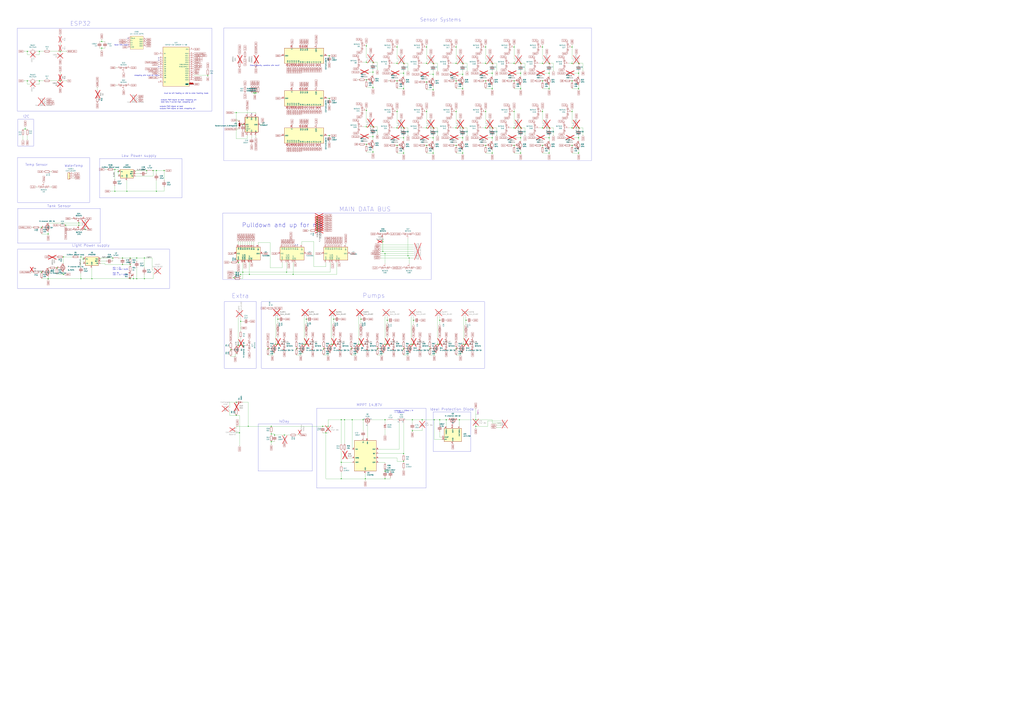
<source format=kicad_sch>
(kicad_sch
	(version 20231120)
	(generator "eeschema")
	(generator_version "8.0")
	(uuid "c26e8d55-0b6e-4c4e-b7c8-b1fed973201c")
	(paper "A0")
	(title_block
		(title "Plant Controller")
		(date "2020-12-21")
		(rev "0.4a")
		(company "C3MA")
	)
	
	(junction
		(at 278.13 502.92)
		(diameter 0)
		(color 0 0 0 0)
		(uuid "006314ff-9060-4674-a7fc-dac02fc6a66c")
	)
	(junction
		(at 314.96 504.19)
		(diameter 0)
		(color 0 0 0 0)
		(uuid "01041127-725b-4ce5-8f58-38fb3fd24a79")
	)
	(junction
		(at 571.5 102.87)
		(diameter 0)
		(color 0 0 0 0)
		(uuid "026b3c24-c4bc-4ca0-82cb-9b3a3781338b")
	)
	(junction
		(at 190.5 198.12)
		(diameter 0)
		(color 0 0 0 0)
		(uuid "044b370d-4a42-4fab-a8a0-78f235931201")
	)
	(junction
		(at 502.92 104.14)
		(diameter 0)
		(color 0 0 0 0)
		(uuid "05921202-6f3d-47e7-afc8-54cf16183806")
	)
	(junction
		(at 424.18 556.26)
		(diameter 0)
		(color 0 0 0 0)
		(uuid "064498dc-e504-4f86-9f3f-c7515e3a87b5")
	)
	(junction
		(at 637.54 177.8)
		(diameter 0)
		(color 0 0 0 0)
		(uuid "067aeb1c-cd17-40a2-9804-d78ecf21918c")
	)
	(junction
		(at 93.98 298.45)
		(diameter 0)
		(color 0 0 0 0)
		(uuid "06d8b90d-baa0-4504-baff-642acafdb6f4")
	)
	(junction
		(at 320.04 400.05)
		(diameter 0)
		(color 0 0 0 0)
		(uuid "09028f9d-45e1-4366-826a-88a396abe002")
	)
	(junction
		(at 671.83 177.8)
		(diameter 0)
		(color 0 0 0 0)
		(uuid "09e9f518-61d1-4fd0-86ec-2ca41f027627")
	)
	(junction
		(at 449.58 400.05)
		(diameter 0)
		(color 0 0 0 0)
		(uuid "0a372b77-1bd4-4b2a-8539-3c6b9cb168d3")
	)
	(junction
		(at 274.32 482.6)
		(diameter 0)
		(color 0 0 0 0)
		(uuid "0af1c44b-ddbf-4d31-a823-e5834c357558")
	)
	(junction
		(at 495.3 54.61)
		(diameter 0)
		(color 0 0 0 0)
		(uuid "0b9bd1bd-5d87-4203-ac6d-25f132a9d650")
	)
	(junction
		(at 664.21 168.91)
		(diameter 0)
		(color 0 0 0 0)
		(uuid "0bf93224-513b-43b0-b34e-b83cf88ace50")
	)
	(junction
		(at 31.75 59.69)
		(diameter 0)
		(color 0 0 0 0)
		(uuid "0c801748-df91-4145-83f3-9b19cb585cd0")
	)
	(junction
		(at 274.32 467.36)
		(diameter 0)
		(color 0 0 0 0)
		(uuid "0cbcfcf2-f3b3-4480-9680-29db347f36d4")
	)
	(junction
		(at 433.07 72.39)
		(diameter 0)
		(color 0 0 0 0)
		(uuid "0ebeefe8-2447-4c3c-80b1-d0d61f1efb48")
	)
	(junction
		(at 93.98 323.85)
		(diameter 0)
		(color 0 0 0 0)
		(uuid "0eea3930-0275-4c9f-97c6-e4491faf7ffd")
	)
	(junction
		(at 537.21 73.66)
		(diameter 0)
		(color 0 0 0 0)
		(uuid "0f7c9f5b-15c0-4d15-9880-73614b9dc27c")
	)
	(junction
		(at 289.56 318.77)
		(diameter 0)
		(color 0 0 0 0)
		(uuid "100d0f8b-2f86-49dd-861e-b2d9c9a4a2d9")
	)
	(junction
		(at 478.79 500.38)
		(diameter 0)
		(color 0 0 0 0)
		(uuid "136b5f16-d5fe-4c8a-8508-0e9ad86f8f43")
	)
	(junction
		(at 447.04 294.64)
		(diameter 0)
		(color 0 0 0 0)
		(uuid "14b6b14d-4e33-4c9c-a6d4-2829760e6cc4")
	)
	(junction
		(at 490.22 487.68)
		(diameter 0)
		(color 0 0 0 0)
		(uuid "15c019f7-a03b-47ae-a51c-abc73c51bd40")
	)
	(junction
		(at 563.88 54.61)
		(diameter 0)
		(color 0 0 0 0)
		(uuid "1b762162-080c-4e36-b68b-d3bd15571f83")
	)
	(junction
		(at 368.3 265.43)
		(diameter 0)
		(color 0 0 0 0)
		(uuid "1e71c6eb-62eb-41d4-bfde-df1e7aa7c319")
	)
	(junction
		(at 444.5 280.67)
		(diameter 0)
		(color 0 0 0 0)
		(uuid "1ec24ea8-049a-4547-addf-26eafaa81113")
	)
	(junction
		(at 468.63 85.09)
		(diameter 0)
		(color 0 0 0 0)
		(uuid "1f4e3c83-7f84-4013-8458-3254f2649743")
	)
	(junction
		(at 276.86 401.32)
		(diameter 0)
		(color 0 0 0 0)
		(uuid "2124662e-0101-4907-a279-d22f77f179e9")
	)
	(junction
		(at 419.1 370.84)
		(diameter 0)
		(color 0 0 0 0)
		(uuid "2125b107-250d-44b9-ae2a-63555b15b96b")
	)
	(junction
		(at 271.78 322.58)
		(diameter 0)
		(color 0 0 0 0)
		(uuid "21c9489c-b7e7-411e-8242-06cb982ccdfb")
	)
	(junction
		(at 541.02 400.05)
		(diameter 0)
		(color 0 0 0 0)
		(uuid "225164a2-0641-4a42-83a1-eb3ceb752f37")
	)
	(junction
		(at 387.35 370.84)
		(diameter 0)
		(color 0 0 0 0)
		(uuid "22b03adb-32c5-4612-9736-645d72daaf12")
	)
	(junction
		(at 510.54 487.68)
		(diameter 0)
		(color 0 0 0 0)
		(uuid "243935e2-4f6a-429d-bbc1-4327fafdf466")
	)
	(junction
		(at 368.3 262.89)
		(diameter 0)
		(color 0 0 0 0)
		(uuid "252d4a75-2db7-460c-aaed-b4520213017f")
	)
	(junction
		(at 425.45 92.71)
		(diameter 0)
		(color 0 0 0 0)
		(uuid "25d1ef73-18e6-4b45-b6a0-d161dc281a1c")
	)
	(junction
		(at 158.75 299.72)
		(diameter 0)
		(color 0 0 0 0)
		(uuid "27bdfd08-9fa2-4018-8386-f5f9458ea23f")
	)
	(junction
		(at 407.67 405.13)
		(diameter 0)
		(color 0 0 0 0)
		(uuid "288439ce-4d40-4524-9a56-c937c30e7f5c")
	)
	(junction
		(at 96.52 300.99)
		(diameter 0)
		(color 0 0 0 0)
		(uuid "2977a76b-3c36-4356-9c23-ef25b0e79774")
	)
	(junction
		(at 480.06 400.05)
		(diameter 0)
		(color 0 0 0 0)
		(uuid "2affe026-8dd0-4fb0-90f9-21a8fa9a4bdc")
	)
	(junction
		(at 461.01 148.59)
		(diameter 0)
		(color 0 0 0 0)
		(uuid "30055c98-462c-4777-a626-cf867239e38d")
	)
	(junction
		(at 55.88 323.85)
		(diameter 0)
		(color 0 0 0 0)
		(uuid "30c447cc-ce18-498c-a30a-de1223bde459")
	)
	(junction
		(at 671.83 148.59)
		(diameter 0)
		(color 0 0 0 0)
		(uuid "31a2a121-855b-4cf9-8440-5bbee3de3f05")
	)
	(junction
		(at 433.07 83.82)
		(diameter 0)
		(color 0 0 0 0)
		(uuid "31ba5875-8927-4bfd-a4f8-3adf246769c4")
	)
	(junction
		(at 596.9 93.98)
		(diameter 0)
		(color 0 0 0 0)
		(uuid "32072a9c-d2dd-4fe3-9085-b2b6c66fab96")
	)
	(junction
		(at 66.04 311.15)
		(diameter 0)
		(color 0 0 0 0)
		(uuid "33109daa-b629-475e-bf83-217328126604")
	)
	(junction
		(at 281.94 144.78)
		(diameter 0)
		(color 0 0 0 0)
		(uuid "348bf06b-daf7-4d97-b82c-b8a5bbf3d06b")
	)
	(junction
		(at 322.58 400.05)
		(diameter 0)
		(color 0 0 0 0)
		(uuid "34e846f7-9dcf-4f40-8420-68c319584cee")
	)
	(junction
		(at 433.07 158.75)
		(diameter 0)
		(color 0 0 0 0)
		(uuid "37a79285-75dc-47b1-85e2-e9c3d074f7c7")
	)
	(junction
		(at 381 495.3)
		(diameter 0)
		(color 0 0 0 0)
		(uuid "394a6417-c4c4-43a0-ad22-7a964e628e7d")
	)
	(junction
		(at 571.5 73.66)
		(diameter 0)
		(color 0 0 0 0)
		(uuid "3cc3bd38-c946-4c29-a625-e712e268d838")
	)
	(junction
		(at 314.96 513.08)
		(diameter 0)
		(color 0 0 0 0)
		(uuid "3d8fb177-4b5a-4526-95fd-c4109587c044")
	)
	(junction
		(at 274.32 130.81)
		(diameter 0)
		(color 0 0 0 0)
		(uuid "3e916cc3-c4bb-4a04-9995-635a73841757")
	)
	(junction
		(at 537.21 86.36)
		(diameter 0)
		(color 0 0 0 0)
		(uuid "4120f630-88f8-4958-99c5-be8a6b4772f2")
	)
	(junction
		(at 461.01 93.98)
		(diameter 0)
		(color 0 0 0 0)
		(uuid "4126858c-c206-4bef-b39b-428bcec4deec")
	)
	(junction
		(at 508 400.05)
		(diameter 0)
		(color 0 0 0 0)
		(uuid "415b2ab4-f4dd-4fee-870b-9ba95dac6a8b")
	)
	(junction
		(at 571.5 148.59)
		(diameter 0)
		(color 0 0 0 0)
		(uuid "4406cfee-0ff2-44ef-a1ef-e6149581217c")
	)
	(junction
		(at 29.21 149.86)
		(diameter 0)
		(color 0 0 0 0)
		(uuid "447db467-5e2a-4cce-9c81-3e3ccb72d2ba")
	)
	(junction
		(at 69.85 59.69)
		(diameter 0)
		(color 0 0 0 0)
		(uuid "44bf766d-2222-4637-ada1-6cbff94abbf8")
	)
	(junction
		(at 151.13 323.85)
		(diameter 0)
		(color 0 0 0 0)
		(uuid "44cd3143-c150-4d17-bd07-6ba56767d7c5")
	)
	(junction
		(at 495.3 168.91)
		(diameter 0)
		(color 0 0 0 0)
		(uuid "4593d6e5-bc8e-48f0-9775-93846c33113e")
	)
	(junction
		(at 552.45 487.68)
		(diameter 0)
		(color 0 0 0 0)
		(uuid "464f670a-23da-4072-9135-c7f8cde45344")
	)
	(junction
		(at 353.06 400.05)
		(diameter 0)
		(color 0 0 0 0)
		(uuid "477944b3-0f91-44bb-99ca-1f00b91186f2")
	)
	(junction
		(at 637.54 85.09)
		(diameter 0)
		(color 0 0 0 0)
		(uuid "48fa581b-e31c-40cd-be78-2d3ece0a1d84")
	)
	(junction
		(at 461.01 54.61)
		(diameter 0)
		(color 0 0 0 0)
		(uuid "499fccfc-5e44-4fef-9ee9-4d1fdf9faa8f")
	)
	(junction
		(at 495.3 148.59)
		(diameter 0)
		(color 0 0 0 0)
		(uuid "4bdd9a73-35ba-455b-971d-29ad86479519")
	)
	(junction
		(at 344.17 405.13)
		(diameter 0)
		(color 0 0 0 0)
		(uuid "4c43d807-6025-4458-873e-b0e60bc37c3c")
	)
	(junction
		(at 664.21 54.61)
		(diameter 0)
		(color 0 0 0 0)
		(uuid "4f51b0d3-b93c-48c1-8f94-d8097a17151c")
	)
	(junction
		(at 142.24 299.72)
		(diameter 0)
		(color 0 0 0 0)
		(uuid "4fc5b79a-48b8-4875-b2fa-ce2c0b207ed6")
	)
	(junction
		(at 433.07 176.53)
		(diameter 0)
		(color 0 0 0 0)
		(uuid "5087ffa7-63f2-46a1-b798-fd54a43209da")
	)
	(junction
		(at 419.1 400.05)
		(diameter 0)
		(color 0 0 0 0)
		(uuid "547e0024-8ca5-4fd9-9ed0-6e6fa4efe2d1")
	)
	(junction
		(at 433.07 101.6)
		(diameter 0)
		(color 0 0 0 0)
		(uuid "548c700b-f320-487b-b1e6-213ddcf734d3")
	)
	(junction
		(at 276.86 304.8)
		(diameter 0)
		(color 0 0 0 0)
		(uuid "54c228c6-a419-4461-b51c-f4689ab11c16")
	)
	(junction
		(at 480.06 372.11)
		(diameter 0)
		(color 0 0 0 0)
		(uuid "54f14d31-ee75-4d90-bbd6-d53b9269dae6")
	)
	(junction
		(at 596.9 168.91)
		(diameter 0)
		(color 0 0 0 0)
		(uuid "553fd55b-c9b0-4d42-8fea-fe608c6b3e8f")
	)
	(junction
		(at 504.19 487.68)
		(diameter 0)
		(color 0 0 0 0)
		(uuid "55707df8-1ce8-4b01-b189-1ba64f13e6d9")
	)
	(junction
		(at 447.04 487.68)
		(diameter 0)
		(color 0 0 0 0)
		(uuid "557c9344-c4f5-407c-87a3-c05772708fc7")
	)
	(junction
		(at 425.45 128.27)
		(diameter 0)
		(color 0 0 0 0)
		(uuid "56ab9f7a-a80d-45b5-9f13-38a6ae5e5a2f")
	)
	(junction
		(at 48.26 264.16)
		(diameter 0)
		(color 0 0 0 0)
		(uuid "5a159a05-57fa-411f-9de3-7f0e035fb745")
	)
	(junction
		(at 154.94 323.85)
		(diameter 0)
		(color 0 0 0 0)
		(uuid "5a782664-d096-4b9f-8da4-e576a5adbff8")
	)
	(junction
		(at 468.63 527.05)
		(diameter 0)
		(color 0 0 0 0)
		(uuid "5aef8b40-8452-4805-a5e4-da8d93469853")
	)
	(junction
		(at 604.52 85.09)
		(diameter 0)
		(color 0 0 0 0)
		(uuid "5db28c81-ecda-48cf-9cf5-82a4652c2d72")
	)
	(junction
		(at 596.9 73.66)
		(diameter 0)
		(color 0 0 0 0)
		(uuid "5de7b025-2047-4e98-ad34-d25039409f9e")
	)
	(junction
		(at 311.15 405.13)
		(diameter 0)
		(color 0 0 0 0)
		(uuid "5df117be-4263-48e0-a710-5721bdeecfb9")
	)
	(junction
		(at 382.27 157.48)
		(diameter 0)
		(color 0 0 0 0)
		(uuid "5e7a5161-1647-47d6-9e0b-ff9ce9e31b86")
	)
	(junction
		(at 495.3 95.25)
		(diameter 0)
		(color 0 0 0 0)
		(uuid "5ebba679-b1e7-40e7-a21c-eaac87c82160")
	)
	(junction
		(at 433.07 147.32)
		(diameter 0)
		(color 0 0 0 0)
		(uuid "5ee86e6c-9861-45ff-aaf3-b0ce155250f5")
	)
	(junction
		(at 533.4 487.68)
		(diameter 0)
		(color 0 0 0 0)
		(uuid "60684402-d96a-439d-a47a-f1940a639b1b")
	)
	(junction
		(at 637.54 73.66)
		(diameter 0)
		(color 0 0 0 0)
		(uuid "6283297a-b875-4df2-a42b-317a52403718")
	)
	(junction
		(at 133.35 222.25)
		(diameter 0)
		(color 0 0 0 0)
		(uuid "62e83d49-6450-4f8e-9161-9823cbd9fa8a")
	)
	(junction
		(at 396.24 556.26)
		(diameter 0)
		(color 0 0 0 0)
		(uuid "62e8e510-5776-41a5-b7ef-659764595cf0")
	)
	(junction
		(at 629.92 54.61)
		(diameter 0)
		(color 0 0 0 0)
		(uuid "639a9374-4baa-414a-a5c4-7e13d2852c2e")
	)
	(junction
		(at 468.63 102.87)
		(diameter 0)
		(color 0 0 0 0)
		(uuid "650b02e4-fb4a-4097-88f3-57b476d8f112")
	)
	(junction
		(at 529.59 54.61)
		(diameter 0)
		(color 0 0 0 0)
		(uuid "66f71efe-5a3b-4842-81ad-702f6a9183fb")
	)
	(junction
		(at 332.74 316.23)
		(diameter 0)
		(color 0 0 0 0)
		(uuid "68f4d8af-c27e-4056-a2a9-dbd2514de570")
	)
	(junction
		(at 664.21 93.98)
		(diameter 0)
		(color 0 0 0 0)
		(uuid "690f2dc5-5473-4546-a0f5-1e3f20786db0")
	)
	(junction
		(at 478.79 487.68)
		(diameter 0)
		(color 0 0 0 0)
		(uuid "697147b1-0224-4f54-a454-fb14851852a2")
	)
	(junction
		(at 502.92 73.66)
		(diameter 0)
		(color 0 0 0 0)
		(uuid "6b072436-9cc5-44f0-8cab-e5273772d205")
	)
	(junction
		(at 518.16 487.68)
		(diameter 0)
		(color 0 0 0 0)
		(uuid "6b9d9747-b3ff-43d2-8486-466834aa4452")
	)
	(junction
		(at 447.04 547.37)
		(diameter 0)
		(color 0 0 0 0)
		(uuid "6bee4d3f-40c6-4254-8d07-1c0c6ec2a6f4")
	)
	(junction
		(at 449.58 372.11)
		(diameter 0)
		(color 0 0 0 0)
		(uuid "6c849387-b46a-4c70-adb8-4a7816d1702c")
	)
	(junction
		(at 130.81 299.72)
		(diameter 0)
		(color 0 0 0 0)
		(uuid "6e8888f6-ec84-4dea-a75b-c49e51edec1e")
	)
	(junction
		(at 571.5 177.8)
		(diameter 0)
		(color 0 0 0 0)
		(uuid "6ee7607b-1843-4037-994f-9b421f85c34b")
	)
	(junction
		(at 596.9 148.59)
		(diameter 0)
		(color 0 0 0 0)
		(uuid "708152d4-5c67-4c3c-967a-78dd154354ad")
	)
	(junction
		(at 529.59 93.98)
		(diameter 0)
		(color 0 0 0 0)
		(uuid "718782ac-57c8-435b-9457-ce995955847d")
	)
	(junction
		(at 368.3 257.81)
		(diameter 0)
		(color 0 0 0 0)
		(uuid "7357611e-6eb5-4b44-a3c1-ee563f8ae0ea")
	)
	(junction
		(at 447.04 400.05)
		(diameter 0)
		(color 0 0 0 0)
		(uuid "74872d2f-df92-44ce-a737-7d0693ac46a3")
	)
	(junction
		(at 288.29 495.3)
		(diameter 0)
		(color 0 0 0 0)
		(uuid "74d5e0e4-cd91-4e01-8980-afaf347113fd")
	)
	(junction
		(at 91.44 259.08)
		(diameter 0)
		(color 0 0 0 0)
		(uuid "750169c9-8dda-4196-8b70-7629a1386317")
	)
	(junction
		(at 421.64 487.68)
		(diameter 0)
		(color 0 0 0 0)
		(uuid "792fa4db-0ff6-47c2-b282-e4d8f6701888")
	)
	(junction
		(at 637.54 102.87)
		(diameter 0)
		(color 0 0 0 0)
		(uuid "79ec289a-2f85-4055-9210-f7916fbc3d1f")
	)
	(junction
		(at 596.9 54.61)
		(diameter 0)
		(color 0 0 0 0)
		(uuid "7a5115d1-34f1-4afd-aab6-8c3f89df22ba")
	)
	(junction
		(at 671.83 160.02)
		(diameter 0)
		(color 0 0 0 0)
		(uuid "7e319f56-b85a-4463-b8f9-7ad8f5763ea8")
	)
	(junction
		(at 147.32 222.25)
		(diameter 0)
		(color 0 0 0 0)
		(uuid "7ea02348-2ae2-4ac7-a02a-9029063eb3d7")
	)
	(junction
		(at 637.54 160.02)
		(diameter 0)
		(color 0 0 0 0)
		(uuid "7eac8976-1652-4c0a-a76d-0530fe3ae3ae")
	)
	(junction
		(at 461.01 129.54)
		(diameter 0)
		(color 0 0 0 0)
		(uuid "7f0237e1-1d71-4027-86cb-d7488d6dce27")
	)
	(junction
		(at 281.94 316.23)
		(diameter 0)
		(color 0 0 0 0)
		(uuid "805ba7db-9e85-428e-9f5b-9063e8278c60")
	)
	(junction
		(at 468.63 405.13)
		(diameter 0)
		(color 0 0 0 0)
		(uuid "80f5b8a1-cdbe-4850-a609-339b8c898669")
	)
	(junction
		(at 473.71 297.18)
		(diameter 0)
		(color 0 0 0 0)
		(uuid "819a85d3-cd43-455c-8023-715c1f29dcd2")
	)
	(junction
		(at 502.92 160.02)
		(diameter 0)
		(color 0 0 0 0)
		(uuid "8239b883-7ac0-49ae-91b3-07b3826c7fe2")
	)
	(junction
		(at 73.66 298.45)
		(diameter 0)
		(color 0 0 0 0)
		(uuid "82572895-6594-489b-b5dd-a8b4d09bcb09")
	)
	(junction
		(at 177.8 198.12)
		(diameter 0)
		(color 0 0 0 0)
		(uuid "843e9870-799e-444a-a4e6-716ced5cbe43")
	)
	(junction
		(at 637.54 148.59)
		(diameter 0)
		(color 0 0 0 0)
		(uuid "89062818-c01b-4c5a-a12c-1e35d52780ff")
	)
	(junction
		(at 425.45 53.34)
		(diameter 0)
		(color 0 0 0 0)
		(uuid "89c9668d-eb10-4371-9427-2b0654758741")
	)
	(junction
		(at 400.05 487.68)
		(diameter 0)
		(color 0 0 0 0)
		(uuid "8badbd3a-472d-49c6-9995-2681ebcad861")
	)
	(junction
		(at 563.88 93.98)
		(diameter 0)
		(color 0 0 0 0)
		(uuid "8bd86f79-7f9c-4c30-9dd8-981806e53813")
	)
	(junction
		(at 671.83 102.87)
		(diameter 0)
		(color 0 0 0 0)
		(uuid "8db1d203-e627-40a1-9aa1-eb87a34a27ca")
	)
	(junction
		(at 76.2 261.62)
		(diameter 0)
		(color 0 0 0 0)
		(uuid "8dbf3f53-4dbe-4577-8253-5d3d05e20a7d")
	)
	(junction
		(at 375.92 405.13)
		(diameter 0)
		(color 0 0 0 0)
		(uuid "8ddc18df-7f6d-40fe-971f-5b7ea913cac2")
	)
	(junction
		(at 495.3 73.66)
		(diameter 0)
		(color 0 0 0 0)
		(uuid "91f51afc-74e9-4689-bf90-5b054783b568")
	)
	(junction
		(at 137.16 199.39)
		(diameter 0)
		(color 0 0 0 0)
		(uuid "9330ab14-2e88-49fc-b8ec-647acef19c05")
	)
	(junction
		(at 425.45 147.32)
		(diameter 0)
		(color 0 0 0 0)
		(uuid "93f019f6-1cb2-47ce-ad4a-b71afdbed778")
	)
	(junction
		(at 529.59 129.54)
		(diameter 0)
		(color 0 0 0 0)
		(uuid "943b67a7-896a-4d51-b5a7-cd6889520825")
	)
	(junction
		(at 571.5 160.02)
		(diameter 0)
		(color 0 0 0 0)
		(uuid "944582dc-9ad6-4270-b98c-6b7423b11410")
	)
	(junction
		(at 537.21 148.59)
		(diameter 0)
		(color 0 0 0 0)
		(uuid "957e10ff-76bd-489f-b9fe-ab1fdb884450")
	)
	(junction
		(at 368.3 255.27)
		(diameter 0)
		(color 0 0 0 0)
		(uuid "95e16490-1476-42b0-b339-2eae951bab1c")
	)
	(junction
		(at 151.13 307.34)
		(diameter 0)
		(color 0 0 0 0)
		(uuid "96f15460-13f3-4312-89f8-b71934eaedb8")
	)
	(junction
		(at 671.83 73.66)
		(diameter 0)
		(color 0 0 0 0)
		(uuid "974cb32f-b17f-415b-a3ed-4c573300644d")
	)
	(junction
		(at 106.68 323.85)
		(diameter 0)
		(color 0 0 0 0)
		(uuid "977868cb-abe1-483f-8f43-5a8a20726067")
	)
	(junction
		(at 563.88 168.91)
		(diameter 0)
		(color 0 0 0 0)
		(uuid "979d0b85-f2dc-43e5-91a2-e7e9a479ccd3")
	)
	(junction
		(at 382.27 64.77)
		(diameter 0)
		(color 0 0 0 0)
		(uuid "99de8f7d-0bac-4189-8a58-7eb488261416")
	)
	(junction
		(at 552.45 495.3)
		(diameter 0)
		(color 0 0 0 0)
		(uuid "9a8358d1-ea0c-4e4d-bd7f-459dfdba752f")
	)
	(junction
		(at 571.5 85.09)
		(diameter 0)
		(color 0 0 0 0)
		(uuid "9b65336d-5277-4cda-9817-8d963731baca")
	)
	(junction
		(at 241.3 87.63)
		(diameter 0)
		(color 0 0 0 0)
		(uuid "9d32f91d-40f9-42f9-b044-70d19854227e")
	)
	(junction
		(at 510.54 372.11)
		(diameter 0)
		(color 0 0 0 0)
		(uuid "a1d7e5c8-d217-457c-b56c-ecad97fd4c0e")
	)
	(junction
		(at 538.48 400.05)
		(diameter 0)
		(color 0 0 0 0)
		(uuid "a29c0663-342d-4535-aac0-b31dad8318cf")
	)
	(junction
		(at 45.72 59.69)
		(diameter 0)
		(color 0 0 0 0)
		(uuid "a3104c80-278d-416a-b409-fd08d784c6c7")
	)
	(junction
		(at 563.88 73.66)
		(diameter 0)
		(color 0 0 0 0)
		(uuid "a4f2e3e9-2f62-4ed2-91cb-96ac4bea021e")
	)
	(junction
		(at 355.6 400.05)
		(diameter 0)
		(color 0 0 0 0)
		(uuid "a685894a-983c-450f-b9c3-4d7e6d929974")
	)
	(junction
		(at 425.45 167.64)
		(diameter 0)
		(color 0 0 0 0)
		(uuid "a692c08c-551f-44a7-adb6-606c3bb62932")
	)
	(junction
		(at 167.64 323.85)
		(diameter 0)
		(color 0 0 0 0)
		(uuid "a70da482-a861-4e2f-9d2b-6183a6f0f87e")
	)
	(junction
		(at 629.92 129.54)
		(diameter 0)
		(color 0 0 0 0)
		(uuid "a77abfe7-e262-4002-9648-a4dca1c184b1")
	)
	(junction
		(at 495.3 129.54)
		(diameter 0)
		(color 0 0 0 0)
		(uuid "a7ead05e-fd26-4f6a-98b1-c130e29a0605")
	)
	(junction
		(at 468.63 535.94)
		(diameter 0)
		(color 0 0 0 0)
		(uuid "a8c1d291-f95c-499f-a8f0-8d347b07d19e")
	)
	(junction
		(at 408.94 487.68)
		(diameter 0)
		(color 0 0 0 0)
		(uuid "a90e40e7-9f3e-4a7e-bc30-d292bc1ab9ed")
	)
	(junction
		(at 396.24 487.68)
		(diameter 0)
		(color 0 0 0 0)
		(uuid "a918e227-4862-4ef1-b1b4-1ecbab47421d")
	)
	(junction
		(at 529.59 168.91)
		(diameter 0)
		(color 0 0 0 0)
		(uuid "a97fc95b-6246-49f0-b0cf-bf3aa6f54de2")
	)
	(junction
		(at 99.06 266.7)
		(diameter 0)
		(color 0 0 0 0)
		(uuid "a99f2dd3-1db5-4646-bd5d-42af73cee85a")
	)
	(junction
		(at 378.46 502.92)
		(diameter 0)
		(color 0 0 0 0)
		(uuid "aa0d7669-67ff-4603-888b-7d15a03d73a6")
	)
	(junction
		(at 151.13 299.72)
		(diameter 0)
		(color 0 0 0 0)
		(uuid "aa659c87-6d9f-4a94-913b-ec00337baaa9")
	)
	(junction
		(at 537.21 160.02)
		(diameter 0)
		(color 0 0 0 0)
		(uuid "aa7470b0-25fe-426c-8e11-da1c1d924805")
	)
	(junction
		(at 142.24 307.34)
		(diameter 0)
		(color 0 0 0 0)
		(uuid "ab83cc7b-a4bb-42ce-806a-ad57b1f1f16f")
	)
	(junction
		(at 318.77 505.46)
		(diameter 0)
		(color 0 0 0 0)
		(uuid "ac18742b-0669-4417-bf96-99d1ab0ff75f")
	)
	(junction
		(at 529.59 405.13)
		(diameter 0)
		(color 0 0 0 0)
		(uuid "ac6041ae-1077-46a6-b33a-6e568b0f7d89")
	)
	(junction
		(at 297.18 107.95)
		(diameter 0)
		(color 0 0 0 0)
		(uuid "ad6aca5a-aa99-4b42-a3e4-f6f27dae664e")
	)
	(junction
		(at 355.6 370.84)
		(diameter 0)
		(color 0 0 0 0)
		(uuid "ae161ff6-e303-4db5-b037-b1f45682a4bb")
	)
	(junction
		(at 604.52 73.66)
		(diameter 0)
		(color 0 0 0 0)
		(uuid "af24c530-bace-4098-b28e-8213bb1a8743")
	)
	(junction
		(at 295.91 107.95)
		(diameter 0)
		(color 0 0 0 0)
		(uuid "af4549b6-4e25-4c36-b4d9-5cfa50547ca1")
	)
	(junction
		(at 382.27 114.3)
		(diameter 0)
		(color 0 0 0 0)
		(uuid "b5f987b1-82e9-4d50-afd8-20682cecf96f")
	)
	(junction
		(at 468.63 177.8)
		(diameter 0)
		(color 0 0 0 0)
		(uuid "b88c6033-15ac-4b13-83da-7bbe1c1195dd")
	)
	(junction
		(at 502.92 177.8)
		(diameter 0)
		(color 0 0 0 0)
		(uuid "bb2d97e8-7888-40b3-ad5f-0b2ed971ec7b")
	)
	(junction
		(at 73.66 318.77)
		(diameter 0)
		(color 0 0 0 0)
		(uuid "c1341956-3e76-4b89-ab41-469a1db0015c")
	)
	(junction
		(at 510.54 400.05)
		(diameter 0)
		(color 0 0 0 0)
		(uuid "c1611925-d0ac-42a4-83ae-6844b1cb71e3")
	)
	(junction
		(at 461.01 73.66)
		(diameter 0)
		(color 0 0 0 0)
		(uuid "c1f12c77-fc36-4c4e-9402-b971f8787376")
	)
	(junction
		(at 91.44 261.62)
		(diameter 0)
		(color 0 0 0 0)
		(uuid "c2c812ed-41b4-4200-984f-e76eae1d14de")
	)
	(junction
		(at 45.72 93.98)
		(diameter 0)
		(color 0 0 0 0)
		(uuid "c39add44-ba76-41fb-8f18-28fa0366e282")
	)
	(junction
		(at 314.96 495.3)
		(diameter 0)
		(color 0 0 0 0)
		(uuid "c658b47a-3e79-4147-ac21-89a17ecf409a")
	)
	(junction
		(at 322.58 370.84)
		(diameter 0)
		(color 0 0 0 0)
		(uuid "c6d07995-bb57-4c01-9d40-c8c408016a09")
	)
	(junction
		(at 468.63 73.66)
		(diameter 0)
		(color 0 0 0 0)
		(uuid "c9bcc4dd-2e45-4814-917d-222bf96092ff")
	)
	(junction
		(at 181.61 222.25)
		(diameter 0)
		(color 0 0 0 0)
		(uuid "cac620f5-0af6-41f8-9844-d9f07ee0c129")
	)
	(junction
		(at 396.24 537.21)
		(diameter 0)
		(color 0 0 0 0)
		(uuid "caf08951-498e-42d7-836c-4ada133aecad")
	)
	(junction
		(at 279.4 373.38)
		(diameter 0)
		(color 0 0 0 0)
		(uuid "cbfbbc2e-484a-4954-8dc2-c7386c5d1301")
	)
	(junction
		(at 529.59 73.66)
		(diameter 0)
		(color 0 0 0 0)
		(uuid "cc4db2b3-7a3d-4ef2-b3b0-bc2a5b38938e")
	)
	(junction
		(at 133.35 196.85)
		(diameter 0)
		(color 0 0 0 0)
		(uuid "cc922bc0-96bd-4b17-b53a-b9b1b8fdaebf")
	)
	(junction
		(at 294.64 107.95)
		(diameter 0)
		(color 0 0 0 0)
		(uuid "cd4269e0-1f42-4344-8d26-de82a41ddaff")
	)
	(junction
		(at 629.92 93.98)
		(diameter 0)
		(color 0 0 0 0)
		(uuid "ceefa2d2-00e3-4b3c-a7ad-0e8ac388ebb9")
	)
	(junction
		(at 604.52 177.8)
		(diameter 0)
		(color 0 0 0 0)
		(uuid "d001e9a1-587b-41cc-81aa-c56d8da361ee")
	)
	(junction
		(at 499.11 405.13)
		(diameter 0)
		(color 0 0 0 0)
		(uuid "d0ccfc37-9d2e-4994-b901-fab6c387aa2a")
	)
	(junction
		(at 537.21 177.8)
		(diameter 0)
		(color 0 0 0 0)
		(uuid "d1010438-7a43-4538-9e86-217bd01f8c14")
	)
	(junction
		(at 368.3 267.97)
		(diameter 0)
		(color 0 0 0 0)
		(uuid "d14a960b-df64-4cee-80fc-25c3debc3b63")
	)
	(junction
		(at 158.75 323.85)
		(diameter 0)
		(color 0 0 0 0)
		(uuid "d17c286e-9606-4cb2-902a-10021903ed9a")
	)
	(junction
		(at 671.83 85.09)
		(diameter 0)
		(color 0 0 0 0)
		(uuid "d1d52e82-91ba-48cd-b468-139b1071e8d5")
	)
	(junction
		(at 31.75 93.98)
		(diameter 0)
		(color 0 0 0 0)
		(uuid "d2b0a197-1410-44de-bdc3-e63959ff5b39")
	)
	(junction
		(at 537.21 102.87)
		(diameter 0)
		(color 0 0 0 0)
		(uuid "d2b90904-e6cb-4742-881e-0fd35570115c")
	)
	(junction
		(at 368.3 252.73)
		(diameter 0)
		(color 0 0 0 0)
		(uuid "d48d5ecb-021c-46d1-b6e1-8cccf5ad30d1")
	)
	(junction
		(at 55.88 271.78)
		(diameter 0)
		(color 0 0 0 0)
		(uuid "d6db9766-b81b-4a66-bc0a-843f0aeb559b")
	)
	(junction
		(at 541.02 372.11)
		(diameter 0)
		(color 0 0 0 0)
		(uuid "d776c8dc-ee54-41b4-8224-e7ddbf0679dc")
	)
	(junction
		(at 438.15 405.13)
		(diameter 0)
		(color 0 0 0 0)
		(uuid "db8fa153-556e-4fc4-a8b6-63a7062d08ed")
	)
	(junction
		(at 425.45 72.39)
		(diameter 0)
		(color 0 0 0 0)
		(uuid "dc8c6e94-1eff-45c1-b92e-b1caf2f34015")
	)
	(junction
		(at 181.61 198.12)
		(diameter 0)
		(color 0 0 0 0)
		(uuid "dd5d2f91-6f31-4419-a01a-1ac3389098ab")
	)
	(junction
		(at 374.65 495.3)
		(diameter 0)
		(color 0 0 0 0)
		(uuid "dda3d65b-6f54-4ee4-b1a0-dc35f1b01992")
	)
	(junction
		(at 170.18 198.12)
		(diameter 0)
		(color 0 0 0 0)
		(uuid "de92b6a6-7a53-41cb-a051-66e1e7d1d440")
	)
	(junction
		(at 368.3 260.35)
		(diameter 0)
		(color 0 0 0 0)
		(uuid "dfafa1ec-5cf4-4609-89b7-e43a37c90c17")
	)
	(junction
		(at 529.59 148.59)
		(diameter 0)
		(color 0 0 0 0)
		(uuid "e018a52d-1f7f-43d2-9757-f2f7c2a0a9c0")
	)
	(junction
		(at 604.52 148.59)
		(diameter 0)
		(color 0 0 0 0)
		(uuid "e0334824-28a0-4a4e-ab6d-b2e5a2ed4e19")
	)
	(junction
		(at 604.52 160.02)
		(diameter 0)
		(color 0 0 0 0)
		(uuid "e03df205-b0f8-4eb0-94ac-6d108b56efdd")
	)
	(junction
		(at 330.2 505.46)
		(diameter 0)
		(color 0 0 0 0)
		(uuid "e2f6e31f-b2af-4b71-9817-61b154679a81")
	)
	(junction
		(at 664.21 73.66)
		(diameter 0)
		(color 0 0 0 0)
		(uuid "e3a79e63-e583-47fd-8a7e-9e2f377a96f0")
	)
	(junction
		(at 267.97 406.4)
		(diameter 0)
		(color 0 0 0 0)
		(uuid "e3bac401-521f-443a-951f-18f502070861")
	)
	(junction
		(at 340.36 318.77)
		(diameter 0)
		(color 0 0 0 0)
		(uuid "e464f851-f7e1-4e95-b3ff-5a5e1e06a88d")
	)
	(junction
		(at 167.64 299.72)
		(diameter 0)
		(color 0 0 0 0)
		(uuid "e48746df-7668-499a-98dc-b9ffcda2bccd")
	)
	(junction
		(at 48.26 316.23)
		(diameter 0)
		(color 0 0 0 0)
		(uuid "e4c2dbc9-3598-4718-afb3-500c7ff75445")
	)
	(junction
		(at 447.04 556.26)
		(diameter 0)
		(color 0 0 0 0)
		(uuid "e5f993bb-4d95-4a9a-b24b-923011bb963a")
	)
	(junction
		(at 387.35 400.05)
		(diameter 0)
		(color 0 0 0 0)
		(uuid "e6344c4b-5e26-4315-8e1d-efd642df3581")
	)
	(junction
		(at 563.88 148.59)
		(diameter 0)
		(color 0 0 0 0)
		(uuid "e76d7a19-9315-45bb-9ea4-e65adba1a7a8")
	)
	(junction
		(at 444.5 292.1)
		(diameter 0)
		(color 0 0 0 0)
		(uuid "e86900c0-86ce-4777-88bb-4f9ecf777fc0")
	)
	(junction
		(at 629.92 168.91)
		(diameter 0)
		(color 0 0 0 0)
		(uuid "e879c254-09e3-4fcf-9f2d-28dd7d9ba433")
	)
	(junction
		(at 468.63 148.59)
		(diameter 0)
		(color 0 0 0 0)
		(uuid "e97dcb44-7b48-4f00-aba6-795f672687ba")
	)
	(junction
		(at 279.4 401.32)
		(diameter 0)
		(color 0 0 0 0)
		(uuid "ea81a12e-80a8-4055-a8fc-17c9562b0042")
	)
	(junction
		(at 279.4 318.77)
		(diameter 0)
		(color 0 0 0 0)
		(uuid "eb134ef6-0e32-46e8-9263-d8797dfe432d")
	)
	(junction
		(at 629.92 73.66)
		(diameter 0)
		(color 0 0 0 0)
		(uuid "ec234dbf-5504-4d77-9942-03edf134f9e0")
	)
	(junction
		(at 118.11 55.88)
		(diameter 0)
		(color 0 0 0 0)
		(uuid "eccbfa59-0c6d-47df-8d18-db1d8a427072")
	)
	(junction
		(at 69.85 93.98)
		(diameter 0)
		(color 0 0 0 0)
		(uuid "ed603a96-a752-490d-9f6b-e11a5c28a267")
	)
	(junction
		(at 629.92 148.59)
		(diameter 0)
		(color 0 0 0 0)
		(uuid "ee1a89d1-031b-4d98-a62d-973c7823ade8")
	)
	(junction
		(at 477.52 400.05)
		(diameter 0)
		(color 0 0 0 0)
		(uuid "ee4ab3a4-59f7-4db1-a482-501b9cb3788f")
	)
	(junction
		(at 474.98 299.72)
		(diameter 0)
		(color 0 0 0 0)
		(uuid "ef25ea8a-6f53-4ead-85fb-dc902e324c3a")
	)
	(junction
		(at 502.92 86.36)
		(diameter 0)
		(color 0 0 0 0)
		(uuid "efdf307e-8d67-430a-8c03-6dab3e4f4f72")
	)
	(junction
		(at 118.11 48.26)
		(diameter 0)
		(color 0 0 0 0)
		(uuid "f1a67806-2122-488a-be9e-3def99cac9b4")
	)
	(junction
		(at 468.63 160.02)
		(diameter 0)
		(color 0 0 0 0)
		(uuid "f3311c3a-ce52-435d-9996-86b7f9c1e897")
	)
	(junction
		(at 384.81 400.05)
		(diameter 0)
		(color 0 0 0 0)
		(uuid "f33c1570-2595-49f1-9ca5-56aecadb8578")
	)
	(junction
		(at 461.01 168.91)
		(diameter 0)
		(color 0 0 0 0)
		(uuid "f46f3c81-f81c-494b-940e-b2a7612a9b00")
	)
	(junction
		(at 502.92 148.59)
		(diameter 0)
		(color 0 0 0 0)
		(uuid "f97a5685-0e9a-42fc-8703-e760793b9fd0")
	)
	(junction
		(at 664.21 148.59)
		(diameter 0)
		(color 0 0 0 0)
		(uuid "fadeb8be-e293-403d-b08e-d4079f1d66c2")
	)
	(junction
		(at 596.9 129.54)
		(diameter 0)
		(color 0 0 0 0)
		(uuid "faf76a27-4651-4082-83d1-9449cc5a0db2")
	)
	(junction
		(at 664.21 129.54)
		(diameter 0)
		(color 0 0 0 0)
		(uuid "fd16341c-1c4c-4bd6-a643-9f711a9c3408")
	)
	(junction
		(at 563.88 129.54)
		(diameter 0)
		(color 0 0 0 0)
		(uuid "fd82d936-40c3-47c3-8f6b-5ed31b17a829")
	)
	(junction
		(at 604.52 102.87)
		(diameter 0)
		(color 0 0 0 0)
		(uuid "fedba8c9-8c3d-4d07-a3e2-646f50f83f6f")
	)
	(junction
		(at 416.56 400.05)
		(diameter 0)
		(color 0 0 0 0)
		(uuid "ff4c02dc-5696-44f6-8008-5806e9acfc7a")
	)
	(no_connect
		(at 148.59 44.45)
		(uuid "504842e9-627a-4e92-80b5-a71e0c3fe948")
	)
	(no_connect
		(at 184.15 67.31)
		(uuid "6d645bf1-339f-4b38-a26a-bdd168ca591e")
	)
	(no_connect
		(at 345.44 284.48)
		(uuid "719545ae-5f44-4f43-8b18-88571e66d52d")
	)
	(no_connect
		(at 184.15 69.85)
		(uuid "80156458-0c76-4971-a355-021501422841")
	)
	(no_connect
		(at 342.9 284.48)
		(uuid "afc642fd-b037-4b56-8f9c-d8d1e4407c08")
	)
	(no_connect
		(at 148.59 52.07)
		(uuid "ccf8b8c4-8dc6-49dd-82ca-0fc4daa36e35")
	)
	(no_connect
		(at 292.1 132.08)
		(uuid "dd3ce984-3983-4f09-82f2-e087fd9c0ec0")
	)
	(no_connect
		(at 184.15 77.47)
		(uuid "f112b500-a680-49d1-8ed2-1da1c4b8baeb")
	)
	(no_connect
		(at 184.15 87.63)
		(uuid "f3c5dacd-33c5-408d-ad7a-be143502967e")
	)
	(wire
		(pts
			(xy 26.67 157.48) (xy 26.67 162.56)
		)
		(stroke
			(width 0)
			(type default)
		)
		(uuid "003b740f-4a16-46ca-93c7-dff311fe3df9")
	)
	(wire
		(pts
			(xy 157.48 199.39) (xy 157.48 198.12)
		)
		(stroke
			(width 0)
			(type default)
		)
		(uuid "00544d92-b95c-48ab-bded-20aed4215a84")
	)
	(wire
		(pts
			(xy 468.63 99.06) (xy 468.63 102.87)
		)
		(stroke
			(width 0)
			(type default)
		)
		(uuid "00606928-bac5-4408-a3d7-21407fadee68")
	)
	(wire
		(pts
			(xy 41.91 63.5) (xy 45.72 63.5)
		)
		(stroke
			(width 0)
			(type default)
		)
		(uuid "0177a789-58ee-4342-a75b-6dc9759a0292")
	)
	(wire
		(pts
			(xy 176.53 313.69) (xy 176.53 299.72)
		)
		(stroke
			(width 0)
			(type default)
		)
		(uuid "017ff145-3761-41b1-9921-b6b9c4d34ef1")
	)
	(wire
		(pts
			(xy 438.15 81.28) (xy 438.15 72.39)
		)
		(stroke
			(width 0)
			(type default)
		)
		(uuid "01857332-fc13-4684-bb70-f9eee886c3a0")
	)
	(wire
		(pts
			(xy 510.54 372.11) (xy 510.54 377.19)
		)
		(stroke
			(width 0)
			(type default)
		)
		(uuid "019c3cdc-6669-4649-94f3-4ae853aeb18a")
	)
	(wire
		(pts
			(xy 604.52 173.99) (xy 604.52 177.8)
		)
		(stroke
			(width 0)
			(type default)
		)
		(uuid "01eb084a-fac6-4933-81d9-7496a9d7ebe6")
	)
	(wire
		(pts
			(xy 381 487.68) (xy 381 495.3)
		)
		(stroke
			(width 0)
			(type default)
		)
		(uuid "0209f908-9ab2-4859-bfcd-be82dd453d27")
	)
	(wire
		(pts
			(xy 55.88 259.08) (xy 91.44 259.08)
		)
		(stroke
			(width 0)
			(type default)
		)
		(uuid "02ba64d9-e763-4d47-978e-74978085583f")
	)
	(wire
		(pts
			(xy 314.96 513.08) (xy 314.96 516.89)
		)
		(stroke
			(width 0)
			(type default)
		)
		(uuid "02d9f525-81dc-4358-a721-5c3e828397c8")
	)
	(wire
		(pts
			(xy 381 410.21) (xy 381 412.75)
		)
		(stroke
			(width 0)
			(type default)
		)
		(uuid "0404e42b-a8e3-46d1-bd78-a03d3bf9ef75")
	)
	(wire
		(pts
			(xy 571.5 157.48) (xy 571.5 160.02)
		)
		(stroke
			(width 0)
			(type default)
		)
		(uuid "043cb6ff-a5c8-4fbb-82cf-aefb30c6af7f")
	)
	(wire
		(pts
			(xy 502.92 148.59) (xy 502.92 149.86)
		)
		(stroke
			(width 0)
			(type default)
		)
		(uuid "0476c96d-84c7-40c6-a537-1e276919c966")
	)
	(wire
		(pts
			(xy 322.58 368.3) (xy 322.58 370.84)
		)
		(stroke
			(width 0)
			(type default)
		)
		(uuid "0493a217-294f-4dbb-9ddb-266a136d82bf")
	)
	(wire
		(pts
			(xy 447.04 556.26) (xy 447.04 554.99)
		)
		(stroke
			(width 0)
			(type default)
		)
		(uuid "050384b2-02ed-4f35-bf49-9f2b56872ebf")
	)
	(wire
		(pts
			(xy 266.7 467.36) (xy 274.32 467.36)
		)
		(stroke
			(width 0)
			(type default)
		)
		(uuid "0528c3df-8906-4063-94f0-6f2c8cf50025")
	)
	(wire
		(pts
			(xy 441.96 297.18) (xy 473.71 297.18)
		)
		(stroke
			(width 0)
			(type default)
		)
		(uuid "060df674-6c99-455c-90bc-a6a9efc03924")
	)
	(wire
		(pts
			(xy 537.21 410.21) (xy 534.67 410.21)
		)
		(stroke
			(width 0)
			(type default)
		)
		(uuid "064a38e2-3216-4113-a380-67f38427a639")
	)
	(wire
		(pts
			(xy 408.94 521.97) (xy 408.94 487.68)
		)
		(stroke
			(width 0)
			(type default)
		)
		(uuid "06aab875-7c24-44e0-af16-3ef5b38c789f")
	)
	(wire
		(pts
			(xy 177.8 323.85) (xy 177.8 316.23)
		)
		(stroke
			(width 0)
			(type default)
		)
		(uuid "0707b3d1-d988-44db-8586-ffdfd16b4e1a")
	)
	(wire
		(pts
			(xy 190.5 198.12) (xy 190.5 209.55)
		)
		(stroke
			(width 0)
			(type default)
		)
		(uuid "073a5a3e-ce2a-4308-9d5f-8e5083d6900a")
	)
	(wire
		(pts
			(xy 468.63 102.87) (xy 468.63 104.14)
		)
		(stroke
			(width 0)
			(type default)
		)
		(uuid "0802fcfa-31f6-4de3-837d-50a67ccd2733")
	)
	(wire
		(pts
			(xy 449.58 400.05) (xy 447.04 400.05)
		)
		(stroke
			(width 0)
			(type default)
		)
		(uuid "084fded9-cfee-400e-9325-0f602e45de35")
	)
	(wire
		(pts
			(xy 468.63 73.66) (xy 461.01 73.66)
		)
		(stroke
			(width 0)
			(type default)
		)
		(uuid "086d707f-71ed-4ce7-ae50-77e1a1bb4743")
	)
	(wire
		(pts
			(xy 426.72 495.3) (xy 426.72 509.27)
		)
		(stroke
			(width 0)
			(type default)
		)
		(uuid "0a41d184-a92a-423a-a1ed-8403bc262715")
	)
	(wire
		(pts
			(xy 529.59 403.86) (xy 529.59 405.13)
		)
		(stroke
			(width 0)
			(type default)
		)
		(uuid "0b0ca2cc-5b1f-45a8-87ce-17db11d51839")
	)
	(wire
		(pts
			(xy 576.58 73.66) (xy 571.5 73.66)
		)
		(stroke
			(width 0)
			(type default)
		)
		(uuid "0bfb4148-db3c-4ac8-b372-638382bf488e")
	)
	(wire
		(pts
			(xy 154.94 323.85) (xy 158.75 323.85)
		)
		(stroke
			(width 0)
			(type default)
		)
		(uuid "0c38d0d8-b4f2-443e-af1f-eea7d894e6db")
	)
	(wire
		(pts
			(xy 671.83 148.59) (xy 664.21 148.59)
		)
		(stroke
			(width 0)
			(type default)
		)
		(uuid "0c88fde5-da71-472a-8f1d-0375025b916d")
	)
	(wire
		(pts
			(xy 473.71 148.59) (xy 468.63 148.59)
		)
		(stroke
			(width 0)
			(type default)
		)
		(uuid "0c904f6f-bf4f-422a-a5de-15ea8badc359")
	)
	(wire
		(pts
			(xy 528.32 93.98) (xy 529.59 93.98)
		)
		(stroke
			(width 0)
			(type default)
		)
		(uuid "0d6bafbb-6da8-4db3-8cb2-2d07dbc1f80c")
	)
	(wire
		(pts
			(xy 468.63 173.99) (xy 468.63 177.8)
		)
		(stroke
			(width 0)
			(type default)
		)
		(uuid "0de4fa0b-b6e3-42c1-a7b0-e2e7921e8012")
	)
	(wire
		(pts
			(xy 382.27 64.77) (xy 383.54 64.77)
		)
		(stroke
			(width 0)
			(type default)
		)
		(uuid "0e4a0b7f-4ba1-4e0e-b717-a158f4226979")
	)
	(wire
		(pts
			(xy 533.4 487.68) (xy 533.4 495.3)
		)
		(stroke
			(width 0)
			(type default)
		)
		(uuid "0eaa1397-d5f3-4146-853a-480b80af26af")
	)
	(wire
		(pts
			(xy 55.88 323.85) (xy 93.98 323.85)
		)
		(stroke
			(width 0)
			(type default)
		)
		(uuid "0eb9dc12-a443-4a66-a7f6-19cd17c4e3f4")
	)
	(wire
		(pts
			(xy 664.21 146.05) (xy 664.21 148.59)
		)
		(stroke
			(width 0)
			(type default)
		)
		(uuid "0ee90775-6921-419c-b110-dfc80b7dc670")
	)
	(wire
		(pts
			(xy 676.91 82.55) (xy 676.91 73.66)
		)
		(stroke
			(width 0)
			(type default)
		)
		(uuid "0f5baf41-5991-439e-91c6-c8d5e1c9548d")
	)
	(wire
		(pts
			(xy 167.64 318.77) (xy 167.64 323.85)
		)
		(stroke
			(width 0)
			(type default)
		)
		(uuid "0fe4f881-4955-4cd0-aff7-2d7b488e293f")
	)
	(wire
		(pts
			(xy 537.21 148.59) (xy 529.59 148.59)
		)
		(stroke
			(width 0)
			(type default)
		)
		(uuid "102bb86c-7978-4041-87a5-5b198f7ab78d")
	)
	(wire
		(pts
			(xy 637.54 99.06) (xy 637.54 102.87)
		)
		(stroke
			(width 0)
			(type default)
		)
		(uuid "1057b6ad-ce5c-42d3-8ba1-d22793d47382")
	)
	(wire
		(pts
			(xy 106.68 323.85) (xy 106.68 311.15)
		)
		(stroke
			(width 0)
			(type default)
		)
		(uuid "10f2d3f2-7228-401e-81f4-409d093205d1")
	)
	(wire
		(pts
			(xy 473.71 297.18) (xy 480.06 297.18)
		)
		(stroke
			(width 0)
			(type default)
		)
		(uuid "11eaf6c9-3903-4fd2-bae9-169cb5b432f4")
	)
	(wire
		(pts
			(xy 421.64 487.68) (xy 421.64 500.38)
		)
		(stroke
			(width 0)
			(type default)
		)
		(uuid "11fcb7a2-4722-4e65-bbb7-34261f7450cb")
	)
	(wire
		(pts
			(xy 676.91 73.66) (xy 671.83 73.66)
		)
		(stroke
			(width 0)
			(type default)
		)
		(uuid "121cad29-6625-4630-8e2f-e0133815049d")
	)
	(wire
		(pts
			(xy 528.32 168.91) (xy 529.59 168.91)
		)
		(stroke
			(width 0)
			(type default)
		)
		(uuid "1330e4f4-5c83-4733-8478-4bb3395b6583")
	)
	(wire
		(pts
			(xy 637.54 177.8) (xy 637.54 179.07)
		)
		(stroke
			(width 0)
			(type default)
		)
		(uuid "137ee87c-6003-4805-bdab-e093f4b16e4b")
	)
	(wire
		(pts
			(xy 576.58 496.57) (xy 581.66 496.57)
		)
		(stroke
			(width 0)
			(type default)
		)
		(uuid "1420086b-ad61-45b6-89da-463d19919d90")
	)
	(wire
		(pts
			(xy 468.63 403.86) (xy 468.63 405.13)
		)
		(stroke
			(width 0)
			(type default)
		)
		(uuid "14243c4c-5859-4c53-8bc7-a7f574a3e6ea")
	)
	(wire
		(pts
			(xy 387.35 370.84) (xy 387.35 375.92)
		)
		(stroke
			(width 0)
			(type default)
		)
		(uuid "145d7c29-86b5-4096-8cd2-829e11acb6dd")
	)
	(wire
		(pts
			(xy 629.92 85.09) (xy 637.54 85.09)
		)
		(stroke
			(width 0)
			(type default)
		)
		(uuid "151782c2-0a57-484c-a3ed-91621c6d2efb")
	)
	(wire
		(pts
			(xy 383.54 304.8) (xy 383.54 316.23)
		)
		(stroke
			(width 0)
			(type default)
		)
		(uuid "151ec8a6-6b4b-446c-b1c4-0ad8fa8e5267")
	)
	(wire
		(pts
			(xy 461.01 102.87) (xy 468.63 102.87)
		)
		(stroke
			(width 0)
			(type default)
		)
		(uuid "152bd798-bb41-4b0a-9bab-cca3e233a310")
	)
	(wire
		(pts
			(xy 495.3 86.36) (xy 502.92 86.36)
		)
		(stroke
			(width 0)
			(type default)
		)
		(uuid "15af01a4-7363-43c2-898d-32d02445b190")
	)
	(wire
		(pts
			(xy 313.69 281.94) (xy 313.69 311.15)
		)
		(stroke
			(width 0)
			(type default)
		)
		(uuid "1643dc17-67a4-4276-b906-8e110b5a4db1")
	)
	(wire
		(pts
			(xy 121.92 306.07) (xy 121.92 307.34)
		)
		(stroke
			(width 0)
			(type default)
		)
		(uuid "1662880d-510e-44c1-8b04-8959570bc69c")
	)
	(wire
		(pts
			(xy 447.04 547.37) (xy 453.39 547.37)
		)
		(stroke
			(width 0)
			(type default)
		)
		(uuid "17212720-fad1-4f83-8921-c674ba265306")
	)
	(wire
		(pts
			(xy 461.01 177.8) (xy 468.63 177.8)
		)
		(stroke
			(width 0)
			(type default)
		)
		(uuid "17232334-77b9-4b10-a352-572c64803161")
	)
	(wire
		(pts
			(xy 281.94 280.67) (xy 281.94 284.48)
		)
		(stroke
			(width 0)
			(type default)
		)
		(uuid "172d4fd8-7bff-429c-abc2-cadbc760d3c0")
	)
	(wire
		(pts
			(xy 595.63 93.98) (xy 596.9 93.98)
		)
		(stroke
			(width 0)
			(type default)
		)
		(uuid "173912b7-80ac-42ee-ac3a-e24169cc1c0c")
	)
	(wire
		(pts
			(xy 447.04 487.68) (xy 447.04 491.49)
		)
		(stroke
			(width 0)
			(type default)
		)
		(uuid "174baa3f-15cc-4d6b-a8a7-81ac7f1c086b")
	)
	(wire
		(pts
			(xy 441.96 294.64) (xy 447.04 294.64)
		)
		(stroke
			(width 0)
			(type default)
		)
		(uuid "17d06448-1b30-4930-9792-0def7c880cc4")
	)
	(wire
		(pts
			(xy 379.73 114.3) (xy 382.27 114.3)
		)
		(stroke
			(width 0)
			(type default)
		)
		(uuid "1935ef91-9597-4529-b7c2-05133a2e7c76")
	)
	(wire
		(pts
			(xy 478.79 487.68) (xy 471.17 487.68)
		)
		(stroke
			(width 0)
			(type default)
		)
		(uuid "1a27428f-f9e8-4cb1-ac92-6d01825ad822")
	)
	(wire
		(pts
			(xy 476.25 410.21) (xy 473.71 410.21)
		)
		(stroke
			(width 0)
			(type default)
		)
		(uuid "1a42552e-26df-4cc9-8b77-e0263dfe1f2b")
	)
	(wire
		(pts
			(xy 118.11 55.88) (xy 118.11 58.42)
		)
		(stroke
			(width 0)
			(type default)
		)
		(uuid "1ab70c7f-b32b-445d-9855-6db940558137")
	)
	(wire
		(pts
			(xy 383.54 410.21) (xy 381 410.21)
		)
		(stroke
			(width 0)
			(type default)
		)
		(uuid "1ac57f67-5331-4ab5-8e31-a0bea0b41fcb")
	)
	(wire
		(pts
			(xy 275.59 304.8) (xy 276.86 304.8)
		)
		(stroke
			(width 0)
			(type default)
		)
		(uuid "1af34761-dc49-4d18-bbf4-1492f4cc1d8d")
	)
	(wire
		(pts
			(xy 671.83 173.99) (xy 671.83 177.8)
		)
		(stroke
			(width 0)
			(type default)
		)
		(uuid "1b0cd9f2-1322-4424-ad84-3ada63576068")
	)
	(wire
		(pts
			(xy 364.49 280.67) (xy 364.49 309.88)
		)
		(stroke
			(width 0)
			(type default)
		)
		(uuid "1b13bf45-f7bf-409c-89e7-2d94b10b9f05")
	)
	(wire
		(pts
			(xy 375.92 403.86) (xy 375.92 405.13)
		)
		(stroke
			(width 0)
			(type default)
		)
		(uuid "1b625d5a-479b-41b9-a3a8-47ae6c7f29d3")
	)
	(wire
		(pts
			(xy 292.1 107.95) (xy 294.64 107.95)
		)
		(stroke
			(width 0)
			(type default)
		)
		(uuid "1b97e5db-dcb2-40d2-9dcf-77e275019034")
	)
	(wire
		(pts
			(xy 368.3 257.81) (xy 368.3 255.27)
		)
		(stroke
			(width 0)
			(type default)
		)
		(uuid "1c82722a-9caa-42ac-af8c-0e1c7f2759cb")
	)
	(wire
		(pts
			(xy 433.07 147.32) (xy 425.45 147.32)
		)
		(stroke
			(width 0)
			(type default)
		)
		(uuid "1c8f115f-7903-4b5b-b011-973cfcdd63b9")
	)
	(wire
		(pts
			(xy 396.24 487.68) (xy 400.05 487.68)
		)
		(stroke
			(width 0)
			(type default)
		)
		(uuid "1c9083a6-61da-4efe-9171-1328453ec2d4")
	)
	(wire
		(pts
			(xy 43.18 59.69) (xy 45.72 59.69)
		)
		(stroke
			(width 0)
			(type default)
		)
		(uuid "1ca63fb6-baf6-4191-bb5e-78a70eea690f")
	)
	(wire
		(pts
			(xy 495.3 71.12) (xy 495.3 73.66)
		)
		(stroke
			(width 0)
			(type default)
		)
		(uuid "1dbbfbff-1290-4932-a4dd-1fda4eab15f4")
	)
	(wire
		(pts
			(xy 447.04 499.11) (xy 447.04 505.46)
		)
		(stroke
			(width 0)
			(type default)
		)
		(uuid "1e2552d9-9724-4da3-b053-9bbfc1f61075")
	)
	(wire
		(pts
			(xy 133.35 196.85) (xy 137.16 196.85)
		)
		(stroke
			(width 0)
			(type default)
		)
		(uuid "1e9e6f78-f74a-4312-9046-e9429cce41e3")
	)
	(wire
		(pts
			(xy 93.98 317.5) (xy 93.98 323.85)
		)
		(stroke
			(width 0)
			(type default)
		)
		(uuid "1f544439-62d6-4fe2-b870-134219dddadd")
	)
	(wire
		(pts
			(xy 322.58 400.05) (xy 325.12 400.05)
		)
		(stroke
			(width 0)
			(type default)
		)
		(uuid "1fd115d1-16d6-4324-bc7d-4089b4d55531")
	)
	(wire
		(pts
			(xy 177.8 198.12) (xy 181.61 198.12)
		)
		(stroke
			(width 0)
			(type default)
		)
		(uuid "20166631-ceea-4df6-aaa0-7b9dea7af3a7")
	)
	(wire
		(pts
			(xy 274.32 482.6) (xy 278.13 482.6)
		)
		(stroke
			(width 0)
			(type default)
		)
		(uuid "205e8036-9f1a-404c-8793-d132fc496e1f")
	)
	(wire
		(pts
			(xy 664.21 129.54) (xy 664.21 143.51)
		)
		(stroke
			(width 0)
			(type default)
		)
		(uuid "205ed14b-43e3-47ce-a705-b7ffe767a3bd")
	)
	(wire
		(pts
			(xy 424.18 549.91) (xy 424.18 556.26)
		)
		(stroke
			(width 0)
			(type default)
		)
		(uuid "20e05776-bb36-45f6-879c-6b48515ed676")
	)
	(wire
		(pts
			(xy 294.64 107.95) (xy 295.91 107.95)
		)
		(stroke
			(width 0)
			(type default)
		)
		(uuid "218336e3-6b79-4da2-91cb-b3cdde2a22c9")
	)
	(wire
		(pts
			(xy 69.85 93.98) (xy 77.47 93.98)
		)
		(stroke
			(width 0)
			(type default)
		)
		(uuid "21cbfe94-5ca9-4e05-91f8-af8286db52f0")
	)
	(wire
		(pts
			(xy 664.21 102.87) (xy 671.83 102.87)
		)
		(stroke
			(width 0)
			(type default)
		)
		(uuid "21db64db-ae25-4ed4-ba6c-454a1ec3a9d6")
	)
	(wire
		(pts
			(xy 190.5 198.12) (xy 191.77 198.12)
		)
		(stroke
			(width 0)
			(type default)
		)
		(uuid "21fd04de-04fd-44fe-ac95-32032975b306")
	)
	(wire
		(pts
			(xy 387.35 400.05) (xy 384.81 400.05)
		)
		(stroke
			(width 0)
			(type default)
		)
		(uuid "225727fe-ab8d-4bd3-a8f2-eff094aded6f")
	)
	(wire
		(pts
			(xy 374.65 502.92) (xy 378.46 502.92)
		)
		(stroke
			(width 0)
			(type default)
		)
		(uuid "22f2b876-d648-4df6-8c01-01d9cb0b034b")
	)
	(wire
		(pts
			(xy 292.1 280.67) (xy 292.1 284.48)
		)
		(stroke
			(width 0)
			(type default)
		)
		(uuid "230e594e-e0f6-43f8-8ace-db2210d8351b")
	)
	(wire
		(pts
			(xy 537.21 157.48) (xy 537.21 160.02)
		)
		(stroke
			(width 0)
			(type default)
		)
		(uuid "2316d707-ce66-4d1a-846a-eb69097f246c")
	)
	(wire
		(pts
			(xy 537.21 102.87) (xy 537.21 104.14)
		)
		(stroke
			(width 0)
			(type default)
		)
		(uuid "235bcce2-6e32-4425-8196-88bc6a915ec2")
	)
	(wire
		(pts
			(xy 495.3 95.25) (xy 495.3 96.52)
		)
		(stroke
			(width 0)
			(type default)
		)
		(uuid "23a816c4-aa67-4190-92d9-7f2d3232ae8b")
	)
	(wire
		(pts
			(xy 525.78 73.66) (xy 529.59 73.66)
		)
		(stroke
			(width 0)
			(type default)
		)
		(uuid "23c499f6-fe75-4947-8780-43eea5e19e25")
	)
	(wire
		(pts
			(xy 508 82.55) (xy 508 73.66)
		)
		(stroke
			(width 0)
			(type default)
		)
		(uuid "23cff2fb-8187-4cf3-bea1-337da657f53b")
	)
	(wire
		(pts
			(xy 629.92 160.02) (xy 637.54 160.02)
		)
		(stroke
			(width 0)
			(type default)
		)
		(uuid "23e538ae-4a63-4b33-b94c-b67af73b964a")
	)
	(wire
		(pts
			(xy 271.78 322.58) (xy 271.78 323.85)
		)
		(stroke
			(width 0)
			(type default)
		)
		(uuid "23e8c9c3-93be-44ca-8fad-c83dd18ac0c8")
	)
	(wire
		(pts
			(xy 461.01 85.09) (xy 468.63 85.09)
		)
		(stroke
			(width 0)
			(type default)
		)
		(uuid "24c4606f-d712-406d-a075-9652f35da616")
	)
	(wire
		(pts
			(xy 177.8 313.69) (xy 176.53 313.69)
		)
		(stroke
			(width 0)
			(type default)
		)
		(uuid "24d5a1d7-eab1-4fdc-880c-67b29d5ed8be")
	)
	(wire
		(pts
			(xy 151.13 299.72) (xy 158.75 299.72)
		)
		(stroke
			(width 0)
			(type default)
		)
		(uuid "24d698b3-98c5-4867-9cd4-848fd9dc13e0")
	)
	(wire
		(pts
			(xy 504.19 487.68) (xy 510.54 487.68)
		)
		(stroke
			(width 0)
			(type default)
		)
		(uuid "24fcaa02-4bb9-49a9-b62f-591045295a2c")
	)
	(wire
		(pts
			(xy 408.94 487.68) (xy 421.64 487.68)
		)
		(stroke
			(width 0)
			(type default)
		)
		(uuid "25300427-d889-42f1-80d7-8665ba50c0cd")
	)
	(wire
		(pts
			(xy 424.18 167.64) (xy 425.45 167.64)
		)
		(stroke
			(width 0)
			(type default)
		)
		(uuid "25f9db5c-9445-4797-88f6-2bad873397a7")
	)
	(wire
		(pts
			(xy 55.88 323.85) (xy 55.88 325.12)
		)
		(stroke
			(width 0)
			(type default)
		)
		(uuid "2603baa1-4d89-428c-a8d6-5ac49f2c7ccc")
	)
	(wire
		(pts
			(xy 552.45 487.68) (xy 571.5 487.68)
		)
		(stroke
			(width 0)
			(type default)
		)
		(uuid "26109e48-a0da-4bdf-a301-6e28f291122e")
	)
	(wire
		(pts
			(xy 26.67 149.86) (xy 29.21 149.86)
		)
		(stroke
			(width 0)
			(type default)
		)
		(uuid "268996a4-bb7b-4591-b8fb-c8c860dffe7f")
	)
	(wire
		(pts
			(xy 314.96 504.19) (xy 318.77 504.19)
		)
		(stroke
			(width 0)
			(type default)
		)
		(uuid "27176ca7-59c0-40ba-b5f4-c0bd8b3e84f0")
	)
	(wire
		(pts
			(xy 449.58 391.16) (xy 449.58 392.43)
		)
		(stroke
			(width 0)
			(type default)
		)
		(uuid "2719a208-92b7-4d43-bef1-5fdf531dcc2b")
	)
	(wire
		(pts
			(xy 604.52 82.55) (xy 604.52 85.09)
		)
		(stroke
			(width 0)
			(type default)
		)
		(uuid "276c3727-2bbe-4fbc-9605-8c7d0d5f32e3")
	)
	(wire
		(pts
			(xy 566.42 488.95) (xy 566.42 495.3)
		)
		(stroke
			(width 0)
			(type default)
		)
		(uuid "2774d105-baae-4bf3-907a-6369e7a11cb6")
	)
	(wire
		(pts
			(xy 495.3 168.91) (xy 495.3 170.18)
		)
		(stroke
			(width 0)
			(type default)
		)
		(uuid "2777a3c2-c262-4099-a48a-06dc6a51d948")
	)
	(wire
		(pts
			(xy 266.7 473.71) (xy 266.7 467.36)
		)
		(stroke
			(width 0)
			(type default)
		)
		(uuid "27d81ffc-e2d5-43d3-90f3-9651041cc0bd")
	)
	(wire
		(pts
			(xy 563.88 127) (xy 563.88 129.54)
		)
		(stroke
			(width 0)
			(type default)
		)
		(uuid "27e178fa-909b-451d-ad02-b3b14540750d")
	)
	(wire
		(pts
			(xy 518.16 487.68) (xy 518.16 495.3)
		)
		(stroke
			(width 0)
			(type default)
		)
		(uuid "28530000-eddc-4c34-9554-b2015ae06c60")
	)
	(wire
		(pts
			(xy 537.21 177.8) (xy 537.21 179.07)
		)
		(stroke
			(width 0)
			(type default)
		)
		(uuid "285c293f-0de1-44ca-bff9-90ed0b00a5d0")
	)
	(wire
		(pts
			(xy 444.5 292.1) (xy 480.06 292.1)
		)
		(stroke
			(width 0)
			(type default)
		)
		(uuid "294bf675-c75c-4db5-9d93-669f658dc6d1")
	)
	(wire
		(pts
			(xy 596.9 71.12) (xy 596.9 73.66)
		)
		(stroke
			(width 0)
			(type default)
		)
		(uuid "298d6f51-ec0a-4dc8-9f47-a95341226093")
	)
	(wire
		(pts
			(xy 537.21 160.02) (xy 537.21 163.83)
		)
		(stroke
			(width 0)
			(type default)
		)
		(uuid "29f03336-b559-40e8-b519-0fa2e342363c")
	)
	(wire
		(pts
			(xy 355.6 368.3) (xy 355.6 370.84)
		)
		(stroke
			(width 0)
			(type default)
		)
		(uuid "29f83e3d-edca-449e-ac06-16627823963f")
	)
	(wire
		(pts
			(xy 468.63 157.48) (xy 468.63 160.02)
		)
		(stroke
			(width 0)
			(type default)
		)
		(uuid "2be0bf74-7579-4aa2-bb56-e51046929f74")
	)
	(wire
		(pts
			(xy 433.07 97.79) (xy 433.07 101.6)
		)
		(stroke
			(width 0)
			(type default)
		)
		(uuid "2d5fcad7-d12b-4207-8f51-e8a4865439d2")
	)
	(wire
		(pts
			(xy 552.45 497.84) (xy 552.45 495.3)
		)
		(stroke
			(width 0)
			(type default)
		)
		(uuid "2d7b2eb8-5f41-4420-a36e-05c42c73ab1e")
	)
	(wire
		(pts
			(xy 637.54 102.87) (xy 637.54 104.14)
		)
		(stroke
			(width 0)
			(type default)
		)
		(uuid "2d8fe3e2-5e2d-4429-8d23-53361cec5117")
	)
	(wire
		(pts
			(xy 637.54 82.55) (xy 637.54 85.09)
		)
		(stroke
			(width 0)
			(type default)
		)
		(uuid "2dac346e-ddeb-41c8-bc81-0507dbd836c4")
	)
	(wire
		(pts
			(xy 93.98 323.85) (xy 106.68 323.85)
		)
		(stroke
			(width 0)
			(type default)
		)
		(uuid "2e1f4fd6-4e38-44f8-a430-3e311b1357c3")
	)
	(wire
		(pts
			(xy 571.5 173.99) (xy 571.5 177.8)
		)
		(stroke
			(width 0)
			(type default)
		)
		(uuid "2e93af14-1e07-49b3-aaa5-2b361c6996b7")
	)
	(wire
		(pts
			(xy 447.04 537.21) (xy 447.04 538.48)
		)
		(stroke
			(width 0)
			(type default)
		)
		(uuid "2edec9f4-38fb-4b9d-8161-fd37b6066865")
	)
	(wire
		(pts
			(xy 157.48 198.12) (xy 170.18 198.12)
		)
		(stroke
			(width 0)
			(type default)
		)
		(uuid "2f0e34dc-23a1-4343-99fe-934ebcfe6876")
	)
	(wire
		(pts
			(xy 563.88 160.02) (xy 571.5 160.02)
		)
		(stroke
			(width 0)
			(type default)
		)
		(uuid "2fbcb8db-1e6b-48dd-ae2b-4db7e99ff621")
	)
	(wire
		(pts
			(xy 241.3 87.63) (xy 241.3 88.9)
		)
		(stroke
			(width 0)
			(type default)
		)
		(uuid "300e623b-0a9c-4423-aa64-510875be6be9")
	)
	(wire
		(pts
			(xy 495.3 127) (xy 495.3 129.54)
		)
		(stroke
			(width 0)
			(type default)
		)
		(uuid "308e0fbd-1090-4292-b1f8-e4a3846fc20b")
	)
	(wire
		(pts
			(xy 534.67 412.75) (xy 529.59 412.75)
		)
		(stroke
			(width 0)
			(type default)
		)
		(uuid "31053fbe-5a8d-4384-8e5d-1475344e549a")
	)
	(wire
		(pts
			(xy 93.98 298.45) (xy 96.52 298.45)
		)
		(stroke
			(width 0)
			(type default)
		)
		(uuid "3109d7b5-1927-4c15-98f6-fb1b878310bd")
	)
	(wire
		(pts
			(xy 463.55 521.97) (xy 439.42 521.97)
		)
		(stroke
			(width 0)
			(type default)
		)
		(uuid "31390281-48bb-44f1-a867-ce67726b009c")
	)
	(wire
		(pts
			(xy 529.59 160.02) (xy 537.21 160.02)
		)
		(stroke
			(width 0)
			(type default)
		)
		(uuid "313996a9-629c-45d5-93a2-6009fb02d740")
	)
	(wire
		(pts
			(xy 510.54 400.05) (xy 508 400.05)
		)
		(stroke
			(width 0)
			(type default)
		)
		(uuid "315b9eab-2c7c-4a24-82d4-24b58aa2faf3")
	)
	(wire
		(pts
			(xy 495.3 177.8) (xy 502.92 177.8)
		)
		(stroke
			(width 0)
			(type default)
		)
		(uuid "3164a23b-ed00-4d8c-ab18-da65e4948408")
	)
	(wire
		(pts
			(xy 34.29 97.79) (xy 31.75 97.79)
		)
		(stroke
			(width 0)
			(type default)
		)
		(uuid "31699884-19e8-4f5a-acb0-7aab16d601da")
	)
	(wire
		(pts
			(xy 480.06 372.11) (xy 480.06 377.19)
		)
		(stroke
			(width 0)
			(type default)
		)
		(uuid "3183b85b-995c-45aa-b02c-fb08b271598c")
	)
	(wire
		(pts
			(xy 45.72 63.5) (xy 45.72 59.69)
		)
		(stroke
			(width 0)
			(type default)
		)
		(uuid "31bf5f35-13b7-4fbb-8116-6685511be1f0")
	)
	(wire
		(pts
			(xy 438.15 403.86) (xy 438.15 405.13)
		)
		(stroke
			(width 0)
			(type default)
		)
		(uuid "31c5ee72-e36b-4ab5-8d1e-309f5ff8b25b")
	)
	(wire
		(pts
			(xy 133.35 196.85) (xy 133.35 208.28)
		)
		(stroke
			(width 0)
			(type default)
		)
		(uuid "3215aaf6-8acf-4b11-ae76-847f8bc48217")
	)
	(wire
		(pts
			(xy 494.03 168.91) (xy 495.3 168.91)
		)
		(stroke
			(width 0)
			(type default)
		)
		(uuid "3237a477-7473-41ac-b972-59540db4f6ab")
	)
	(wire
		(pts
			(xy 563.88 71.12) (xy 563.88 73.66)
		)
		(stroke
			(width 0)
			(type default)
		)
		(uuid "32a4d89b-bf99-4dfb-8c27-d43be0c88fb9")
	)
	(wire
		(pts
			(xy 510.54 400.05) (xy 513.08 400.05)
		)
		(stroke
			(width 0)
			(type default)
		)
		(uuid "33007fc6-5c2c-47bf-bdd3-dee31c959d2c")
	)
	(wire
		(pts
			(xy 396.24 537.21) (xy 408.94 537.21)
		)
		(stroke
			(width 0)
			(type default)
		)
		(uuid "3374cba2-0c70-4fd8-9052-056343d431a9")
	)
	(wire
		(pts
			(xy 279.4 401.32) (xy 284.48 401.32)
		)
		(stroke
			(width 0)
			(type default)
		)
		(uuid "33b5f172-3252-4002-b87b-d15d2e973510")
	)
	(wire
		(pts
			(xy 400.05 532.13) (xy 400.05 530.86)
		)
		(stroke
			(width 0)
			(type default)
		)
		(uuid "33bae766-2da5-486a-a8dd-2f183fcff0c2")
	)
	(wire
		(pts
			(xy 157.48 204.47) (xy 177.8 204.47)
		)
		(stroke
			(width 0)
			(type default)
		)
		(uuid "341c14b7-2131-494c-89af-bf473dad092d")
	)
	(wire
		(pts
			(xy 478.79 500.38) (xy 478.79 501.65)
		)
		(stroke
			(width 0)
			(type default)
		)
		(uuid "34432f16-5506-42b9-ba41-c4b4467cd4f0")
	)
	(wire
		(pts
			(xy 271.78 316.23) (xy 281.94 316.23)
		)
		(stroke
			(width 0)
			(type default)
		)
		(uuid "3485d2d0-4888-4bcc-be51-d243a306a832")
	)
	(wire
		(pts
			(xy 447.04 487.68) (xy 449.58 487.68)
		)
		(stroke
			(width 0)
			(type default)
		)
		(uuid "34eb135e-162a-4d73-9fa8-99f809334937")
	)
	(wire
		(pts
			(xy 349.25 410.21) (xy 349.25 412.75)
		)
		(stroke
			(width 0)
			(type default)
		)
		(uuid "34ee892c-ddf4-413e-9946-39c0fe03549d")
	)
	(wire
		(pts
			(xy 468.63 527.05) (xy 468.63 528.32)
		)
		(stroke
			(width 0)
			(type default)
		)
		(uuid "35021b45-d0d5-487a-9fb0-80bb30b2d2b9")
	)
	(wire
		(pts
			(xy 322.58 370.84) (xy 322.58 375.92)
		)
		(stroke
			(width 0)
			(type default)
		)
		(uuid "352eeba9-63f4-456a-b407-3e2b6ec23d64")
	)
	(wire
		(pts
			(xy 473.71 410.21) (xy 473.71 412.75)
		)
		(stroke
			(width 0)
			(type default)
		)
		(uuid "355b7616-54d6-484f-bbc2-7740ef42b8db")
	)
	(wire
		(pts
			(xy 502.92 86.36) (xy 502.92 90.17)
		)
		(stroke
			(width 0)
			(type default)
		)
		(uuid "36fb2534-a0fa-4e4b-9102-ad8e414c6c0f")
	)
	(wire
		(pts
			(xy 134.62 99.06) (xy 135.89 99.06)
		)
		(stroke
			(width 0)
			(type default)
		)
		(uuid "371c971e-6b66-4df7-a243-a5d5ccdce0c9")
	)
	(wire
		(pts
			(xy 563.88 168.91) (xy 563.88 170.18)
		)
		(stroke
			(width 0)
			(type default)
		)
		(uuid "37269211-3d19-43bc-89a2-5c2617c1c6cd")
	)
	(wire
		(pts
			(xy 473.71 82.55) (xy 473.71 73.66)
		)
		(stroke
			(width 0)
			(type default)
		)
		(uuid "379e31dd-8e35-4772-b10d-177113b1f1df")
	)
	(wire
		(pts
			(xy 542.29 73.66) (xy 537.21 73.66)
		)
		(stroke
			(width 0)
			(type default)
		)
		(uuid "37a10932-5752-45b7-8720-d4cc30e33ee2")
	)
	(wire
		(pts
			(xy 381 487.68) (xy 396.24 487.68)
		)
		(stroke
			(width 0)
			(type default)
		)
		(uuid "37a8b882-7c6c-4545-a561-35c32c40f6cc")
	)
	(wire
		(pts
			(xy 419.1 370.84) (xy 419.1 375.92)
		)
		(stroke
			(width 0)
			(type default)
		)
		(uuid "3803e0be-125a-4af8-89e1-04bc1b3b74fa")
	)
	(wire
		(pts
			(xy 281.94 467.36) (xy 288.29 467.36)
		)
		(stroke
			(width 0)
			(type default)
		)
		(uuid "380fc97f-ce03-4f76-b923-6ba8ebbe5565")
	)
	(wire
		(pts
			(xy 424.18 556.26) (xy 424.18 558.8)
		)
		(stroke
			(width 0)
			(type default)
		)
		(uuid "38adcd35-5d08-478b-8e07-5f8dfbebd67c")
	)
	(wire
		(pts
			(xy 537.21 173.99) (xy 537.21 177.8)
		)
		(stroke
			(width 0)
			(type default)
		)
		(uuid "38b01b8e-7411-4209-8f92-0f3cc3af4ea6")
	)
	(wire
		(pts
			(xy 55.88 271.78) (xy 55.88 273.05)
		)
		(stroke
			(width 0)
			(type default)
		)
		(uuid "3938a437-1b01-465d-a60a-2fbff30e8814")
	)
	(wire
		(pts
			(xy 355.6 370.84) (xy 355.6 375.92)
		)
		(stroke
			(width 0)
			(type default)
		)
		(uuid "397d2929-9a85-4eef-9b7f-220b5b2d33b7")
	)
	(wire
		(pts
			(xy 596.9 93.98) (xy 596.9 95.25)
		)
		(stroke
			(width 0)
			(type default)
		)
		(uuid "39ad9635-0e00-423c-8e82-b2bd3bf61d2e")
	)
	(wire
		(pts
			(xy 457.2 148.59) (xy 461.01 148.59)
		)
		(stroke
			(width 0)
			(type default)
		)
		(uuid "39b4ab07-a772-40dc-8cf6-076b8ff90634")
	)
	(wire
		(pts
			(xy 295.91 107.95) (xy 295.91 109.22)
		)
		(stroke
			(width 0)
			(type default)
		)
		(uuid "39d38c7e-b90d-417e-a336-6077cacdd77e")
	)
	(wire
		(pts
			(xy 439.42 527.05) (xy 468.63 527.05)
		)
		(stroke
			(width 0)
			(type default)
		)
		(uuid "3a0ef188-84e7-41fe-9e43-ccb7e9ff6c05")
	)
	(wire
		(pts
			(xy 510.54 501.65) (xy 510.54 508)
		)
		(stroke
			(width 0)
			(type default)
		)
		(uuid "3a755dee-c9da-4790-bbad-e568d5afe3d9")
	)
	(wire
		(pts
			(xy 278.13 502.92) (xy 278.13 518.16)
		)
		(stroke
			(width 0)
			(type default)
		)
		(uuid "3a8038b0-fbc4-4cda-8933-8152606b985a")
	)
	(wire
		(pts
			(xy 340.36 318.77) (xy 391.16 318.77)
		)
		(stroke
			(width 0)
			(type default)
		)
		(uuid "3ac512fc-03e0-45ef-bcfc-91cd31a5d08a")
	)
	(wire
		(pts
			(xy 271.78 318.77) (xy 279.4 318.77)
		)
		(stroke
			(width 0)
			(type default)
		)
		(uuid "3b182ec3-13b7-44b7-bac1-25041955a3fa")
	)
	(wire
		(pts
			(xy 58.42 217.17) (xy 59.69 217.17)
		)
		(stroke
			(width 0)
			(type default)
		)
		(uuid "3b4ebb1b-5f62-4830-bcd6-e65150550fff")
	)
	(wire
		(pts
			(xy 433.07 172.72) (xy 433.07 176.53)
		)
		(stroke
			(width 0)
			(type default)
		)
		(uuid "3c223c89-650f-45fc-9eba-6467c281c41c")
	)
	(wire
		(pts
			(xy 439.42 537.21) (xy 447.04 537.21)
		)
		(stroke
			(width 0)
			(type default)
		)
		(uuid "3c541247-2b6c-4f9d-89cb-d7682c81f0d5")
	)
	(wire
		(pts
			(xy 289.56 280.67) (xy 289.56 284.48)
		)
		(stroke
			(width 0)
			(type default)
		)
		(uuid "3cd09b45-436d-4140-b5e1-b78fd38f6bcd")
	)
	(wire
		(pts
			(xy 461.01 93.98) (xy 461.01 95.25)
		)
		(stroke
			(width 0)
			(type default)
		)
		(uuid "3ceef5f0-bf88-491d-9fb5-70f2dce14dee")
	)
	(wire
		(pts
			(xy 425.45 144.78) (xy 425.45 147.32)
		)
		(stroke
			(width 0)
			(type default)
		)
		(uuid "3d5eaec6-a22c-4ca8-8fd1-7fa3c2eaece2")
	)
	(wire
		(pts
			(xy 297.18 107.95) (xy 299.72 107.95)
		)
		(stroke
			(width 0)
			(type default)
		)
		(uuid "3d9c3796-6a80-4ed7-be4d-92ec2ec828b4")
	)
	(wire
		(pts
			(xy 118.11 48.26) (xy 121.92 48.26)
		)
		(stroke
			(width 0)
			(type default)
		)
		(uuid "3dce1630-8f07-4681-bb48-60204f907b65")
	)
	(wire
		(pts
			(xy 421.64 72.39) (xy 425.45 72.39)
		)
		(stroke
			(width 0)
			(type default)
		)
		(uuid "3e2eed7d-f94d-41b9-9d88-77be7cc71234")
	)
	(wire
		(pts
			(xy 400.05 487.68) (xy 408.94 487.68)
		)
		(stroke
			(width 0)
			(type default)
		)
		(uuid "3e7e51bb-bba5-42d1-9368-ff5996adef03")
	)
	(wire
		(pts
			(xy 604.52 99.06) (xy 604.52 102.87)
		)
		(stroke
			(width 0)
			(type default)
		)
		(uuid "3ee60a38-cbdd-451f-9bf6-7bee8a44d89f")
	)
	(wire
		(pts
			(xy 320.04 400.05) (xy 318.77 400.05)
		)
		(stroke
			(width 0)
			(type default)
		)
		(uuid "400d44f8-b346-4beb-af9c-abf8e5e58323")
	)
	(wire
		(pts
			(xy 560.07 73.66) (xy 563.88 73.66)
		)
		(stroke
			(width 0)
			(type default)
		)
		(uuid "404f79e3-8c44-45a6-a5f4-3ddd1f127c4f")
	)
	(wire
		(pts
			(xy 138.43 299.72) (xy 142.24 299.72)
		)
		(stroke
			(width 0)
			(type default)
		)
		(uuid "408404c3-5617-48ad-8f36-a3ddd3d94bf0")
	)
	(wire
		(pts
			(xy 637.54 85.09) (xy 637.54 88.9)
		)
		(stroke
			(width 0)
			(type default)
		)
		(uuid "40fae587-6030-45dc-aaa0-d8409fd2e97e")
	)
	(wire
		(pts
			(xy 66.04 318.77) (xy 73.66 318.77)
		)
		(stroke
			(width 0)
			(type default)
		)
		(uuid "4105dad5-7dec-4a27-9b5b-5fdb90d22a79")
	)
	(wire
		(pts
			(xy 279.4 373.38) (xy 281.94 373.38)
		)
		(stroke
			(width 0)
			(type default)
		)
		(uuid "4158f85e-4f85-4b7b-b383-0769c1286ee8")
	)
	(wire
		(pts
			(xy 340.36 304.8) (xy 340.36 318.77)
		)
		(stroke
			(width 0)
			(type default)
		)
		(uuid "41a63362-aa7a-4cdf-83f8-738e16e09f1b")
	)
	(wire
		(pts
			(xy 502.92 148.59) (xy 495.3 148.59)
		)
		(stroke
			(width 0)
			(type default)
		)
		(uuid "41b67a6d-7877-4172-9e0c-b79332c344d6")
	)
	(wire
		(pts
			(xy 396.24 523.24) (xy 396.24 537.21)
		)
		(stroke
			(width 0)
			(type default)
		)
		(uuid "41fdd31f-6d33-496e-aca2-8ea12af4a5e5")
	)
	(wire
		(pts
			(xy 537.21 86.36) (xy 537.21 88.9)
		)
		(stroke
			(width 0)
			(type default)
		)
		(uuid "42606e0c-0190-42c6-a282-499d292b2399")
	)
	(wire
		(pts
			(xy 43.18 217.17) (xy 41.91 217.17)
		)
		(stroke
			(width 0)
			(type default)
		)
		(uuid "42c4abea-5c36-4e7b-b689-a3185e0976ba")
	)
	(wire
		(pts
			(xy 276.86 280.67) (xy 276.86 284.48)
		)
		(stroke
			(width 0)
			(type default)
		)
		(uuid "43166048-a454-45c6-b9f5-fc8612470b07")
	)
	(wire
		(pts
			(xy 463.55 491.49) (xy 463.55 521.97)
		)
		(stroke
			(width 0)
			(type default)
		)
		(uuid "43833179-e939-4901-8426-1345062448f4")
	)
	(wire
		(pts
			(xy 473.71 412.75) (xy 468.63 412.75)
		)
		(stroke
			(width 0)
			(type default)
		)
		(uuid "43aaa61f-2a17-49f6-aec6-36c8965df80f")
	)
	(wire
		(pts
			(xy 506.73 410.21) (xy 504.19 410.21)
		)
		(stroke
			(width 0)
			(type default)
		)
		(uuid "43d32e57-292d-4f76-93cb-64bba2ffea78")
	)
	(wire
		(pts
			(xy 181.61 198.12) (xy 181.61 201.93)
		)
		(stroke
			(width 0)
			(type default)
		)
		(uuid "443f6d58-cc2a-42e8-8fd3-47672e7a1671")
	)
	(wire
		(pts
			(xy 510.54 368.3) (xy 510.54 372.11)
		)
		(stroke
			(width 0)
			(type default)
		)
		(uuid "4454f1bf-a442-4028-aab3-70d8854655dc")
	)
	(wire
		(pts
			(xy 121.92 307.34) (xy 142.24 307.34)
		)
		(stroke
			(width 0)
			(type default)
		)
		(uuid "445f93b9-c21c-4cdc-a274-fb406811accf")
	)
	(wire
		(pts
			(xy 384.81 400.05) (xy 383.54 400.05)
		)
		(stroke
			(width 0)
			(type default)
		)
		(uuid "44dee16c-8d98-4384-9085-7986bb6aa07e")
	)
	(wire
		(pts
			(xy 322.58 392.43) (xy 322.58 391.16)
		)
		(stroke
			(width 0)
			(type default)
		)
		(uuid "45b4e151-4d1d-42d4-8708-166850b06dfa")
	)
	(wire
		(pts
			(xy 322.58 400.05) (xy 320.04 400.05)
		)
		(stroke
			(width 0)
			(type default)
		)
		(uuid "466ac4bd-f191-4c44-a2ae-ad6c6c984b62")
	)
	(wire
		(pts
			(xy 116.84 299.72) (xy 130.81 299.72)
		)
		(stroke
			(width 0)
			(type default)
		)
		(uuid "468fd252-25a3-45b3-8732-e22ed799b7a7")
	)
	(wire
		(pts
			(xy 121.92 196.85) (xy 124.46 196.85)
		)
		(stroke
			(width 0)
			(type default)
		)
		(uuid "47ab24c6-c94f-4623-8e88-86ffdbeaccf1")
	)
	(wire
		(pts
			(xy 73.66 318.77) (xy 73.66 316.23)
		)
		(stroke
			(width 0)
			(type default)
		)
		(uuid "47ac81a0-95a9-4f64-903f-02af6ed0ffd9")
	)
	(wire
		(pts
			(xy 29.21 149.86) (xy 31.75 149.86)
		)
		(stroke
			(width 0)
			(type default)
		)
		(uuid "47cb655a-7d5f-42f5-8fb9-9dc8db09491f")
	)
	(wire
		(pts
			(xy 571.5 102.87) (xy 571.5 104.14)
		)
		(stroke
			(width 0)
			(type default)
		)
		(uuid "47ce516a-cb38-4e7e-aaab-9f03f3081c1b")
	)
	(wire
		(pts
			(xy 31.75 59.69) (xy 33.02 59.69)
		)
		(stroke
			(width 0)
			(type default)
		)
		(uuid "483615ee-41ef-48f3-bab8-747913a3b96f")
	)
	(wire
		(pts
			(xy 419.1 391.16) (xy 419.1 392.43)
		)
		(stroke
			(width 0)
			(type default)
		)
		(uuid "48543e6b-bcdb-4af4-a130-66cd2e5ffd47")
	)
	(wire
		(pts
			(xy 629.92 93.98) (xy 629.92 95.25)
		)
		(stroke
			(width 0)
			(type default)
		)
		(uuid "485eb84a-f54c-4300-940a-b48912667f0e")
	)
	(wire
		(pts
			(xy 596.9 54.61) (xy 596.9 68.58)
		)
		(stroke
			(width 0)
			(type default)
		)
		(uuid "494fbe8e-c9fc-44a1-b504-9f89835eeba1")
	)
	(wire
		(pts
			(xy 167.64 299.72) (xy 176.53 299.72)
		)
		(stroke
			(width 0)
			(type default)
		)
		(uuid "4a02f4e0-0f1c-4288-87a6-52e94acab134")
	)
	(wire
		(pts
			(xy 480.06 368.3) (xy 480.06 372.11)
		)
		(stroke
			(width 0)
			(type default)
		)
		(uuid "4a59c0da-c779-4b95-a802-54b0dacdc928")
	)
	(wire
		(pts
			(xy 495.3 160.02) (xy 502.92 160.02)
		)
		(stroke
			(width 0)
			(type default)
		)
		(uuid "4a6e30c7-228d-4e51-b422-fe5b31046fb5")
	)
	(wire
		(pts
			(xy 73.66 298.45) (xy 73.66 306.07)
		)
		(stroke
			(width 0)
			(type default)
		)
		(uuid "4a8303f5-b416-46f4-9a94-d0dfd9bf6c90")
	)
	(wire
		(pts
			(xy 441.96 292.1) (xy 444.5 292.1)
		)
		(stroke
			(width 0)
			(type default)
		)
		(uuid "4b1b1844-a435-4686-b1e9-5fc51c4d2366")
	)
	(wire
		(pts
			(xy 276.86 401.32) (xy 275.59 401.32)
		)
		(stroke
			(width 0)
			(type default)
		)
		(uuid "4b7104e2-2196-4c3d-8c2e-41f359de2dc1")
	)
	(wire
		(pts
			(xy 287.02 161.29) (xy 274.32 161.29)
		)
		(stroke
			(width 0)
			(type default)
		)
		(uuid "4ba708f1-c920-4617-855b-98f527ff18f6")
	)
	(wire
		(pts
			(xy 69.85 86.36) (xy 69.85 83.82)
		)
		(stroke
			(width 0)
			(type default)
		)
		(uuid "4bb38bb9-7c08-4826-a42b-21192907f190")
	)
	(wire
		(pts
			(xy 31.75 162.56) (xy 31.75 157.48)
		)
		(stroke
			(width 0)
			(type default)
		)
		(uuid "4c94b08a-6754-4afa-8c03-64c765276d3a")
	)
	(wire
		(pts
			(xy 274.32 500.38) (xy 274.32 502.92)
		)
		(stroke
			(width 0)
			(type default)
		)
		(uuid "4d454fec-f276-49e9-ba8a-46b67940fb7e")
	)
	(wire
		(pts
			(xy 320.04 368.3) (xy 320.04 400.05)
		)
		(stroke
			(width 0)
			(type default)
		)
		(uuid "4d77ada6-b830-40f5-a92b-985accdc35ae")
	)
	(wire
		(pts
			(xy 439.42 532.13) (xy 461.01 532.13)
		)
		(stroke
			(width 0)
			(type default)
		)
		(uuid "4d9ddc48-3f86-452a-960f-cd702ea42153")
	)
	(wire
		(pts
			(xy 96.52 300.99) (xy 96.52 306.07)
		)
		(stroke
			(width 0)
			(type default)
		)
		(uuid "4da1fac9-558b-4648-9a50-aa7c52c6d39a")
	)
	(wire
		(pts
			(xy 100.33 266.7) (xy 99.06 266.7)
		)
		(stroke
			(width 0)
			(type default)
		)
		(uuid "4ddb22dd-3bc4-4bd5-ace3-bce7514ca5ba")
	)
	(wire
		(pts
			(xy 468.63 82.55) (xy 468.63 85.09)
		)
		(stroke
			(width 0)
			(type default)
		)
		(uuid "4deab6fc-e195-4f88-ae77-96ab6cc24c7e")
	)
	(wire
		(pts
			(xy 563.88 52.07) (xy 563.88 54.61)
		)
		(stroke
			(width 0)
			(type default)
		)
		(uuid "4dfdd92e-0ed4-41d3-bb7d-d34e487cafa8")
	)
	(wire
		(pts
			(xy 73.66 318.77) (xy 74.93 318.77)
		)
		(stroke
			(width 0)
			(type default)
		)
		(uuid "4e259d31-9d53-4a0d-af8a-4ec0a7746968")
	)
	(wire
		(pts
			(xy 433.07 83.82) (xy 433.07 87.63)
		)
		(stroke
			(width 0)
			(type default)
		)
		(uuid "4edb665c-24e7-42a6-b6bf-5bd4633b1875")
	)
	(wire
		(pts
			(xy 425.45 125.73) (xy 425.45 128.27)
		)
		(stroke
			(width 0)
			(type default)
		)
		(uuid "4ee69f75-59be-4569-ac74-e5d8143e25be")
	)
	(wire
		(pts
			(xy 224.79 87.63) (xy 241.3 87.63)
		)
		(stroke
			(width 0)
			(type default)
		)
		(uuid "4fb87588-bd13-4f55-b134-6d17131334bf")
	)
	(wire
		(pts
			(xy 676.91 157.48) (xy 676.91 148.59)
		)
		(stroke
			(width 0)
			(type default)
		)
		(uuid "4fc39c9e-461f-48c7-b991-0a0e1879bf7c")
	)
	(wire
		(pts
			(xy 288.29 467.36) (xy 288.29 495.3)
		)
		(stroke
			(width 0)
			(type default)
		)
		(uuid "4fe6c4f1-61c3-4636-826b-d394efafe5a8")
	)
	(wire
		(pts
			(xy 571.5 148.59) (xy 571.5 149.86)
		)
		(stroke
			(width 0)
			(type default)
		)
		(uuid "501bf956-a638-4e46-a6ad-777cfdd5a7f7")
	)
	(wire
		(pts
			(xy 91.44 259.08) (xy 93.98 259.08)
		)
		(stroke
			(width 0)
			(type default)
		)
		(uuid "50f6b5b1-5983-4df6-ba22-5686c3cfdbfe")
	)
	(wire
		(pts
			(xy 299.72 281.94) (xy 299.72 284.48)
		)
		(stroke
			(width 0)
			(type default)
		)
		(uuid "51b9bd31-d9f1-4d16-8aa9-a318b6a39d21")
	)
	(wire
		(pts
			(xy 69.85 59.69) (xy 77.47 59.69)
		)
		(stroke
			(width 0)
			(type default)
		)
		(uuid "5256d83b-af0e-4569-b35e-4538fa9f0c95")
	)
	(wire
		(pts
			(xy 31.75 93.98) (xy 31.75 97.79)
		)
		(stroke
			(width 0)
			(type default)
		)
		(uuid "536ecfb7-07b7-4bf3-b53a-4fdb8c0b7f89")
	)
	(wire
		(pts
			(xy 593.09 148.59) (xy 596.9 148.59)
		)
		(stroke
			(width 0)
			(type default)
		)
		(uuid "537878f8-7199-4b61-8de4-8760dec81750")
	)
	(wire
		(pts
			(xy 671.83 102.87) (xy 671.83 104.14)
		)
		(stroke
			(width 0)
			(type default)
		)
		(uuid "53b11ac8-1ee8-437c-8521-dfb0b9b87348")
	)
	(wire
		(pts
			(xy 441.96 284.48) (xy 480.06 284.48)
		)
		(stroke
			(width 0)
			(type default)
		)
		(uuid "54091156-f015-4778-9975-5a28cfdd5726")
	)
	(wire
		(pts
			(xy 128.27 222.25) (xy 133.35 222.25)
		)
		(stroke
			(width 0)
			(type default)
		)
		(uuid "54360d2e-a2a6-42c5-9b34-98e51d40f103")
	)
	(wire
		(pts
			(xy 478.79 491.49) (xy 478.79 487.68)
		)
		(stroke
			(width 0)
			(type default)
		)
		(uuid "54c92fed-3b87-4201-b5e1-84d1d632d17d")
	)
	(wire
		(pts
			(xy 45.72 59.69) (xy 50.8 59.69)
		)
		(stroke
			(width 0)
			(type default)
		)
		(uuid "54ca3150-def0-4bc3-8825-96aab67dcdc1")
	)
	(wire
		(pts
			(xy 660.4 73.66) (xy 664.21 73.66)
		)
		(stroke
			(width 0)
			(type default)
		)
		(uuid "5580f258-67e9-4956-b797-d30163b95637")
	)
	(wire
		(pts
			(xy 69.85 49.53) (xy 69.85 52.07)
		)
		(stroke
			(width 0)
			(type default)
		)
		(uuid "55bd0438-7295-46aa-bd32-0ce2fda20b0b")
	)
	(wire
		(pts
			(xy 629.92 177.8) (xy 637.54 177.8)
		)
		(stroke
			(width 0)
			(type default)
		)
		(uuid "562eeb6f-2cc8-43ab-bb67-4ba0320da8f6")
	)
	(wire
		(pts
			(xy 368.3 262.89) (xy 368.3 265.43)
		)
		(stroke
			(width 0)
			(type default)
		)
		(uuid "56d33766-c4f8-4ebc-8715-f0763c1ecf02")
	)
	(wire
		(pts
			(xy 461.01 146.05) (xy 461.01 148.59)
		)
		(stroke
			(width 0)
			(type default)
		)
		(uuid "56d4f86e-1757-49ff-b1ab-f62ed528ad27")
	)
	(wire
		(pts
			(xy 576.58 157.48) (xy 576.58 148.59)
		)
		(stroke
			(width 0)
			(type default)
		)
		(uuid "5751468f-56b1-49e7-b917-84286c5bd581")
	)
	(wire
		(pts
			(xy 441.96 287.02) (xy 480.06 287.02)
		)
		(stroke
			(width 0)
			(type default)
		)
		(uuid "57b3fd8e-ac1d-46de-a417-69d48d76f9b2")
	)
	(wire
		(pts
			(xy 629.92 71.12) (xy 629.92 73.66)
		)
		(stroke
			(width 0)
			(type default)
		)
		(uuid "57d0cf90-4f3e-4c83-9a7e-4cd138ef0eb7")
	)
	(wire
		(pts
			(xy 82.55 254) (xy 83.82 254)
		)
		(stroke
			(width 0)
			(type default)
		)
		(uuid "58005414-17ad-46ea-a18b-aa88eac7f620")
	)
	(wire
		(pts
			(xy 416.56 400.05) (xy 415.29 400.05)
		)
		(stroke
			(width 0)
			(type default)
		)
		(uuid "5889cb08-e49b-4130-a44f-d0f000c2064f")
	)
	(wire
		(pts
			(xy 596.9 127) (xy 596.9 129.54)
		)
		(stroke
			(width 0)
			(type default)
		)
		(uuid "592b3eef-e378-4d88-8d42-3acf8c9a9c83")
	)
	(wire
		(pts
			(xy 364.49 309.88) (xy 378.46 309.88)
		)
		(stroke
			(width 0)
			(type default)
		)
		(uuid "59340797-6306-4408-a5a7-f71a16ceef30")
	)
	(wire
		(pts
			(xy 662.94 93.98) (xy 664.21 93.98)
		)
		(stroke
			(width 0)
			(type default)
		)
		(uuid "5a5277f5-1a92-46d6-b52f-a9e384b84d07")
	)
	(wire
		(pts
			(xy 276.86 401.32) (xy 279.4 401.32)
		)
		(stroke
			(width 0)
			(type default)
		)
		(uuid "5af61fa4-ab67-4598-a3ac-2b0f2eee7ef0")
	)
	(wire
		(pts
			(xy 116.84 303.53) (xy 123.19 303.53)
		)
		(stroke
			(width 0)
			(type default)
		)
		(uuid "5b533326-ac2f-44cb-b59b-8d1a11cc6bc6")
	)
	(wire
		(pts
			(xy 181.61 209.55) (xy 181.61 222.25)
		)
		(stroke
			(width 0)
			(type default)
		)
		(uuid "5b5c70bc-6004-4d9b-97c5-d20d6b356f63")
	)
	(wire
		(pts
			(xy 330.2 505.46) (xy 336.55 505.46)
		)
		(stroke
			(width 0)
			(type default)
		)
		(uuid "5bde531c-f291-40f4-874b-eec7637d313b")
	)
	(wire
		(pts
			(xy 433.07 156.21) (xy 433.07 158.75)
		)
		(stroke
			(width 0)
			(type default)
		)
		(uuid "5c253764-5f6b-4544-8283-40025039972a")
	)
	(wire
		(pts
			(xy 91.44 261.62) (xy 93.98 261.62)
		)
		(stroke
			(width 0)
			(type default)
		)
		(uuid "5e311ea0-6316-4dc8-9448-cba59b65323c")
	)
	(wire
		(pts
			(xy 116.84 306.07) (xy 121.92 306.07)
		)
		(stroke
			(width 0)
			(type default)
		)
		(uuid "5e42f433-98bf-4e44-9d07-7761669694a0")
	)
	(wire
		(pts
			(xy 368.3 260.35) (xy 368.3 262.89)
		)
		(stroke
			(width 0)
			(type default)
		)
		(uuid "5e59c730-023f-4460-8f66-df47547c1f80")
	)
	(wire
		(pts
			(xy 534.67 410.21) (xy 534.67 412.75)
		)
		(stroke
			(width 0)
			(type default)
		)
		(uuid "5e728183-89ba-4b95-93b1-3a1b92c72972")
	)
	(wire
		(pts
			(xy 151.13 307.34) (xy 151.13 308.61)
		)
		(stroke
			(width 0)
			(type default)
		)
		(uuid "5f37891c-b3e8-4875-ae04-e4e8369c2f66")
	)
	(wire
		(pts
			(xy 134.62 78.74) (xy 135.89 78.74)
		)
		(stroke
			(width 0)
			(type default)
		)
		(uuid "5f5acbb1-454b-436d-84bc-046cc2466e3f")
	)
	(wire
		(pts
			(xy 494.03 95.25) (xy 495.3 95.25)
		)
		(stroke
			(width 0)
			(type default)
		)
		(uuid "6087512c-1ed9-41c4-8508-4390dfb0885a")
	)
	(wire
		(pts
			(xy 425.45 176.53) (xy 433.07 176.53)
		)
		(stroke
			(width 0)
			(type default)
		)
		(uuid "61cae521-2b17-4cc6-bf64-e84cb7a940c6")
	)
	(wire
		(pts
			(xy 510.54 487.68) (xy 510.54 494.03)
		)
		(stroke
			(width 0)
			(type default)
		)
		(uuid "61df7ba6-a8b3-467d-b471-b52d92ddbbf9")
	)
	(wire
		(pts
			(xy 29.21 147.32) (xy 29.21 149.86)
		)
		(stroke
			(width 0)
			(type default)
		)
		(uuid "637594b4-cbfb-4a87-a4e8-9c6559a1a51d")
	)
	(wire
		(pts
			(xy 447.04 556.26) (xy 424.18 556.26)
		)
		(stroke
			(width 0)
			(type default)
		)
		(uuid "63e4aab0-7b4d-4ccd-bba8-951e72e90d4a")
	)
	(wire
		(pts
			(xy 637.54 173.99) (xy 637.54 177.8)
		)
		(stroke
			(width 0)
			(type default)
		)
		(uuid "64086d12-a3c9-4f01-9b64-5060e311550a")
	)
	(wire
		(pts
			(xy 529.59 146.05) (xy 529.59 148.59)
		)
		(stroke
			(width 0)
			(type default)
		)
		(uuid "647acdac-0b8c-4567-bfbc-eeb55411f954")
	)
	(wire
		(pts
			(xy 415.29 92.71) (xy 416.56 92.71)
		)
		(stroke
			(width 0)
			(type default)
		)
		(uuid "64d7c18a-9b01-4007-bc4d-68e28706db01")
	)
	(wire
		(pts
			(xy 664.21 54.61) (xy 664.21 68.58)
		)
		(stroke
			(width 0)
			(type default)
		)
		(uuid "64ff438f-d22b-404b-948a-bfb092cba303")
	)
	(wire
		(pts
			(xy 27.94 93.98) (xy 31.75 93.98)
		)
		(stroke
			(width 0)
			(type default)
		)
		(uuid "658cd722-822e-4271-af54-fd25a45efbeb")
	)
	(wire
		(pts
			(xy 48.26 271.78) (xy 55.88 271.78)
		)
		(stroke
			(width 0)
			(type default)
		)
		(uuid "666255e5-fa2d-4ef1-ae0b-4570e2db6d68")
	)
	(wire
		(pts
			(xy 529.59 86.36) (xy 537.21 86.36)
		)
		(stroke
			(width 0)
			(type default)
		)
		(uuid "670449fe-2959-4ff9-ada4-5dc030c8ec84")
	)
	(wire
		(pts
			(xy 368.3 260.35) (xy 368.3 257.81)
		)
		(stroke
			(width 0)
			(type default)
		)
		(uuid "6710983f-5791-4ff0-ac5c-d150717f9af8")
	)
	(wire
		(pts
			(xy 449.58 368.3) (xy 449.58 372.11)
		)
		(stroke
			(width 0)
			(type default)
		)
		(uuid "672aa70a-0031-4585-93b0-5e496a57f3b2")
	)
	(wire
		(pts
			(xy 299.72 281.94) (xy 313.69 281.94)
		)
		(stroke
			(width 0)
			(type default)
		)
		(uuid "673b28a2-e23d-4b96-919e-fe133827a47c")
	)
	(wire
		(pts
			(xy 368.3 265.43) (xy 368.3 267.97)
		)
		(stroke
			(width 0)
			(type default)
		)
		(uuid "68139349-0eb7-4e31-b240-512345811ae3")
	)
	(wire
		(pts
			(xy 595.63 168.91) (xy 596.9 168.91)
		)
		(stroke
			(width 0)
			(type default)
		)
		(uuid "6818d8f1-6600-48c9-98e9-a6fd89d151cd")
	)
	(wire
		(pts
			(xy 491.49 73.66) (xy 495.3 73.66)
		)
		(stroke
			(width 0)
			(type default)
		)
		(uuid "6843a217-fac2-4cb0-98f8-fe55e0752d5f")
	)
	(wire
		(pts
			(xy 671.83 160.02) (xy 671.83 163.83)
		)
		(stroke
			(width 0)
			(type default)
		)
		(uuid "695055cf-f9d9-4870-9e27-1139c4c83018")
	)
	(wire
		(pts
			(xy 447.04 546.1) (xy 447.04 547.37)
		)
		(stroke
			(width 0)
			(type default)
		)
		(uuid "6952e282-1dfa-4f2f-a11c-db9c5f9ff77c")
	)
	(wire
		(pts
			(xy 396.24 548.64) (xy 396.24 556.26)
		)
		(stroke
			(width 0)
			(type default)
		)
		(uuid "6994b560-7ba9-45d0-843a-0a7d982a1914")
	)
	(wire
		(pts
			(xy 287.02 128.27) (xy 287.02 132.08)
		)
		(stroke
			(width 0)
			(type default)
		)
		(uuid "6a2359ae-aed8-42fa-b024-98a05784a6e9")
	)
	(wire
		(pts
			(xy 629.92 146.05) (xy 629.92 148.59)
		)
		(stroke
			(width 0)
			(type default)
		)
		(uuid "6b202dc2-b63b-453a-99cf-d34483dfd672")
	)
	(wire
		(pts
			(xy 311.15 403.86) (xy 311.15 405.13)
		)
		(stroke
			(width 0)
			(type default)
		)
		(uuid "6d7e42bd-52d2-4140-b624-b116a32783dd")
	)
	(wire
		(pts
			(xy 447.04 556.26) (xy 453.39 556.26)
		)
		(stroke
			(width 0)
			(type default)
		)
		(uuid "6dd8ab4a-b6ee-4931-9278-1bb300c309de")
	)
	(wire
		(pts
			(xy 266.7 476.25) (xy 266.7 482.6)
		)
		(stroke
			(width 0)
			(type default)
		)
		(uuid "6ea570ac-c3f1-41dc-a5cd-304f5f544309")
	)
	(wire
		(pts
			(xy 510.54 487.68) (xy 518.16 487.68)
		)
		(stroke
			(width 0)
			(type default)
		)
		(uuid "6eb9c0a2-923f-4abc-badc-bf6ab7f89946")
	)
	(wire
		(pts
			(xy 604.52 157.48) (xy 604.52 160.02)
		)
		(stroke
			(width 0)
			(type default)
		)
		(uuid "6ef7372c-bf8a-43f3-8be9-89503e532522")
	)
	(wire
		(pts
			(xy 274.32 495.3) (xy 288.29 495.3)
		)
		(stroke
			(width 0)
			(type default)
		)
		(uuid "6efdd440-ed29-4a8f-8736-93724367f304")
	)
	(wire
		(pts
			(xy 626.11 148.59) (xy 629.92 148.59)
		)
		(stroke
			(width 0)
			(type default)
		)
		(uuid "6f487cfc-5436-46a3-b234-b27d863686f0")
	)
	(wire
		(pts
			(xy 542.29 82.55) (xy 542.29 73.66)
		)
		(stroke
			(width 0)
			(type default)
		)
		(uuid "6f4a9738-e30c-46d3-bc6d-5daebbb51475")
	)
	(wire
		(pts
			(xy 513.08 510.54) (xy 504.19 510.54)
		)
		(stroke
			(width 0)
			(type default)
		)
		(uuid "6f5da912-a8c3-4776-841a-64b03598c5d0")
	)
	(wire
		(pts
			(xy 425.45 69.85) (xy 425.45 72.39)
		)
		(stroke
			(width 0)
			(type default)
		)
		(uuid "6fde494c-2a9b-40f5-89e2-fcfb025b4e87")
	)
	(wire
		(pts
			(xy 69.85 59.69) (xy 69.85 60.96)
		)
		(stroke
			(width 0)
			(type default)
		)
		(uuid "700ef27d-1afc-4474-9c7e-7495dfb2cd41")
	)
	(wire
		(pts
			(xy 537.21 99.06) (xy 537.21 102.87)
		)
		(stroke
			(width 0)
			(type default)
		)
		(uuid "70140ec9-f6d0-4e91-aa64-9264942f072b")
	)
	(wire
		(pts
			(xy 474.98 299.72) (xy 480.06 299.72)
		)
		(stroke
			(width 0)
			(type default)
		)
		(uuid "702e0e8f-1a43-4791-85c1-2926d0f94c0d")
	)
	(wire
		(pts
			(xy 538.48 400.05) (xy 537.21 400.05)
		)
		(stroke
			(width 0)
			(type default)
		)
		(uuid "7062752c-bac0-4a90-ba0a-2039d85f6f34")
	)
	(wire
		(pts
			(xy 596.9 129.54) (xy 596.9 143.51)
		)
		(stroke
			(width 0)
			(type default)
		)
		(uuid "709484c9-6587-42dd-bdad-da1d23f8c61e")
	)
	(wire
		(pts
			(xy 137.16 199.39) (xy 137.16 204.47)
		)
		(stroke
			(width 0)
			(type default)
		)
		(uuid "70e2b339-1534-406e-84c3-c1500ad6d923")
	)
	(wire
		(pts
			(xy 391.16 304.8) (xy 391.16 318.77)
		)
		(stroke
			(width 0)
			(type default)
		)
		(uuid "70eba5fd-0326-4f1a-b3a5-e93dea03acd8")
	)
	(wire
		(pts
			(xy 287.02 280.67) (xy 287.02 284.48)
		)
		(stroke
			(width 0)
			(type default)
		)
		(uuid "70f353ae-048a-45d1-bea0-b3454369b2a0")
	)
	(wire
		(pts
			(xy 118.11 45.72) (xy 118.11 48.26)
		)
		(stroke
			(width 0)
			(type default)
		)
		(uuid "722ee4f9-72ec-47c5-8af9-2593b457c9f6")
	)
	(wire
		(pts
			(xy 562.61 168.91) (xy 563.88 168.91)
		)
		(stroke
			(width 0)
			(type default)
		)
		(uuid "72552899-d2b2-4dba-96ef-7b7cb0ba531b")
	)
	(wire
		(pts
			(xy 378.46 309.88) (xy 378.46 304.8)
		)
		(stroke
			(width 0)
			(type default)
		)
		(uuid "7290fd7c-9698-4168-b7e5-5b8776a50469")
	)
	(wire
		(pts
			(xy 387.35 400.05) (xy 389.89 400.05)
		)
		(stroke
			(width 0)
			(type default)
		)
		(uuid "736c5f23-60a6-4524-ae8d-362203b9cb02")
	)
	(wire
		(pts
			(xy 314.96 504.19) (xy 314.96 505.46)
		)
		(stroke
			(width 0)
			(type default)
		)
		(uuid "7388d2e4-ae78-42aa-9f45-d0a3f7084453")
	)
	(wire
		(pts
			(xy 281.94 323.85) (xy 281.94 316.23)
		)
		(stroke
			(width 0)
			(type default)
		)
		(uuid "73aa0f01-ebf0-43dc-996d-3ff58256e648")
	)
	(wire
		(pts
			(xy 419.1 368.3) (xy 419.1 370.84)
		)
		(stroke
			(width 0)
			(type default)
		)
		(uuid "740453cd-db67-4760-b53c-d70e906fa887")
	)
	(wire
		(pts
			(xy 628.65 93.98) (xy 629.92 93.98)
		)
		(stroke
			(width 0)
			(type default)
		)
		(uuid "74118f7c-9392-4ab8-813f-9c0bfe15d504")
	)
	(wire
		(pts
			(xy 671.83 157.48) (xy 671.83 160.02)
		)
		(stroke
			(width 0)
			(type default)
		)
		(uuid "7439a19e-f89b-4a1f-abd8-3bc1380965d0")
	)
	(wire
		(pts
			(xy 115.57 48.26) (xy 118.11 48.26)
		)
		(stroke
			(width 0)
			(type default)
		)
		(uuid "74b2227a-fa56-4549-b733-9557b9413712")
	)
	(wire
		(pts
			(xy 350.52 280.67) (xy 364.49 280.67)
		)
		(stroke
			(width 0)
			(type default)
		)
		(uuid "7585d030-71f2-4ab0-8338-b34b6d14a803")
	)
	(wire
		(pts
			(xy 563.88 93.98) (xy 563.88 95.25)
		)
		(stroke
			(width 0)
			(type default)
		)
		(uuid "75c34956-e5a9-4bca-a842-577e262f1f6e")
	)
	(wire
		(pts
			(xy 45.72 93.98) (xy 45.72 97.79)
		)
		(stroke
			(width 0)
			(type default)
		)
		(uuid "76babe23-9fed-45a3-9579-567c56af29ba")
	)
	(wire
		(pts
			(xy 279.4 323.85) (xy 281.94 323.85)
		)
		(stroke
			(width 0)
			(type default)
		)
		(uuid "779102a9-05bb-4278-bb3e-42b19f67fb92")
	)
	(wire
		(pts
			(xy 538.48 368.3) (xy 538.48 400.05)
		)
		(stroke
			(width 0)
			(type default)
		)
		(uuid "77b94bb6-80fe-41b8-a080-a7beb858631b")
	)
	(wire
		(pts
			(xy 664.21 85.09) (xy 671.83 85.09)
		)
		(stroke
			(width 0)
			(type default)
		)
		(uuid "7895f02b-bdb3-4d05-81dd-a2c334c55228")
	)
	(wire
		(pts
			(xy 158.75 311.15) (xy 158.75 323.85)
		)
		(stroke
			(width 0)
			(type default)
		)
		(uuid "78ddfd2b-4eaf-49a0-bb34-85284414ed0a")
	)
	(wire
		(pts
			(xy 629.92 127) (xy 629.92 129.54)
		)
		(stroke
			(width 0)
			(type default)
		)
		(uuid "78dea875-bc98-449b-a902-bf0858991b27")
	)
	(wire
		(pts
			(xy 287.02 157.48) (xy 287.02 161.29)
		)
		(stroke
			(width 0)
			(type default)
		)
		(uuid "7969346b-6452-48ab-887f-137f86751ea8")
	)
	(wire
		(pts
			(xy 562.61 93.98) (xy 563.88 93.98)
		)
		(stroke
			(width 0)
			(type default)
		)
		(uuid "798e501f-e6e4-45f0-91c1-597acc2c5f98")
	)
	(wire
		(pts
			(xy 671.83 73.66) (xy 671.83 74.93)
		)
		(stroke
			(width 0)
			(type default)
		)
		(uuid "79c00c00-526d-487f-8024-acaa10ed7e44")
	)
	(wire
		(pts
			(xy 58.42 199.39) (xy 59.69 199.39)
		)
		(stroke
			(width 0)
			(type default)
		)
		(uuid "7a06935a-083b-4217-bb18-2acabab4b75a")
	)
	(wire
		(pts
			(xy 378.46 502.92) (xy 381 502.92)
		)
		(stroke
			(width 0)
			(type default)
		)
		(uuid "7a3ebb50-4f58-4e1a-a5ff-481fddcdfef7")
	)
	(wire
		(pts
			(xy 444.5 280.67) (xy 444.5 292.1)
		)
		(stroke
			(width 0)
			(type default)
		)
		(uuid "7a9a9650-b9a8-436c-8029-e24751d2221a")
	)
	(wire
		(pts
			(xy 449.58 372.11) (xy 449.58 375.92)
		)
		(stroke
			(width 0)
			(type default)
		)
		(uuid "7aa37629-d50e-4927-b1bb-e87993c35080")
	)
	(wire
		(pts
			(xy 473.71 157.48) (xy 473.71 148.59)
		)
		(stroke
			(width 0)
			(type default)
		)
		(uuid "7abb64f0-8134-46c3-8435-e0bb85debc79")
	)
	(wire
		(pts
			(xy 473.71 276.86) (xy 473.71 297.18)
		)
		(stroke
			(width 0)
			(type default)
		)
		(uuid "7aec1ae1-00ea-4bde-b105-4d83b27bd93e")
	)
	(wire
		(pts
			(xy 274.32 161.29) (xy 274.32 130.81)
		)
		(stroke
			(width 0)
			(type default)
		)
		(uuid "7b446e57-a217-48aa-808f-72772bf52c4f")
	)
	(wire
		(pts
			(xy 279.4 280.67) (xy 279.4 284.48)
		)
		(stroke
			(width 0)
			(type default)
		)
		(uuid "7beda2a7-4c2c-46ec-a0a1-896ed8430c47")
	)
	(wire
		(pts
			(xy 530.86 487.68) (xy 533.4 487.68)
		)
		(stroke
			(width 0)
			(type default)
		)
		(uuid "7c0ec589-36d9-4595-b09a-5d82857f926c")
	)
	(wire
		(pts
			(xy 563.88 54.61) (xy 563.88 68.58)
		)
		(stroke
			(width 0)
			(type default)
		)
		(uuid "7c6af237-4bf4-462a-80d9-35399a13e7d0")
	)
	(wire
		(pts
			(xy 671.83 99.06) (xy 671.83 102.87)
		)
		(stroke
			(width 0)
			(type default)
		)
		(uuid "7cd1b765-01a5-4522-aa0c-3bc8d197f9d9")
	)
	(wire
		(pts
			(xy 34.29 63.5) (xy 31.75 63.5)
		)
		(stroke
			(width 0)
			(type default)
		)
		(uuid "7d485185-3d6f-4ba3-a470-0c5cd8a21f08")
	)
	(wire
		(pts
			(xy 459.74 168.91) (xy 461.01 168.91)
		)
		(stroke
			(width 0)
			(type default)
		)
		(uuid "7d9f90ea-379f-4e80-be2b-bff4aed19cd1")
	)
	(wire
		(pts
			(xy 31.75 93.98) (xy 33.02 93.98)
		)
		(stroke
			(width 0)
			(type default)
		)
		(uuid "7e0b43c8-36f8-4add-a349-afdc2cb53952")
	)
	(wire
		(pts
			(xy 563.88 102.87) (xy 571.5 102.87)
		)
		(stroke
			(width 0)
			(type default)
		)
		(uuid "7e57c663-dbb4-4ad9-82fb-7b042ef05d4c")
	)
	(wire
		(pts
			(xy 474.98 299.72) (xy 474.98 306.07)
		)
		(stroke
			(width 0)
			(type default)
		)
		(uuid "7ed5be36-26bf-4edb-a181-ab382fd4597f")
	)
	(wire
		(pts
			(xy 537.21 148.59) (xy 537.21 149.86)
		)
		(stroke
			(width 0)
			(type default)
		)
		(uuid "7edbf719-e6d2-419d-97d1-7570fca14f92")
	)
	(wire
		(pts
			(xy 637.54 73.66) (xy 629.92 73.66)
		)
		(stroke
			(width 0)
			(type default)
		)
		(uuid "7f2f9ba4-734f-4331-acbf-c82d083660ba")
	)
	(wire
		(pts
			(xy 571.5 73.66) (xy 571.5 74.93)
		)
		(stroke
			(width 0)
			(type default)
		)
		(uuid "7f3d3975-3529-4b10-9276-ff1c49dec1c1")
	)
	(wire
		(pts
			(xy 552.45 495.3) (xy 566.42 495.3)
		)
		(stroke
			(width 0)
			(type default)
		)
		(uuid "7f51eb77-1cc9-48c2-854a-e7e643373d3c")
	)
	(wire
		(pts
			(xy 571.5 99.06) (xy 571.5 102.87)
		)
		(stroke
			(width 0)
			(type default)
		)
		(uuid "7fa30547-ed17-4d16-9276-5177e457766d")
	)
	(wire
		(pts
			(xy 642.62 73.66) (xy 637.54 73.66)
		)
		(stroke
			(width 0)
			(type default)
		)
		(uuid "80070925-f401-4d4e-9003-d64b4df11fbe")
	)
	(wire
		(pts
			(xy 629.92 52.07) (xy 629.92 54.61)
		)
		(stroke
			(width 0)
			(type default)
		)
		(uuid "8018494f-0519-4690-9691-5aac14858da1")
	)
	(wire
		(pts
			(xy 273.05 411.48) (xy 273.05 414.02)
		)
		(stroke
			(width 0)
			(type default)
		)
		(uuid "80bc0b62-911e-4483-bf4c-f2ab98c76e03")
	)
	(wire
		(pts
			(xy 629.92 168.91) (xy 629.92 170.18)
		)
		(stroke
			(width 0)
			(type default)
		)
		(uuid "80cdc270-3777-489d-ab25-d4fbe1034d9d")
	)
	(wire
		(pts
			(xy 45.72 316.23) (xy 48.26 316.23)
		)
		(stroke
			(width 0)
			(type default)
		)
		(uuid "80f0b338-e0b4-49ca-b122-9f78d99718d1")
	)
	(wire
		(pts
			(xy 637.54 148.59) (xy 637.54 149.86)
... [703426 chars truncated]
</source>
